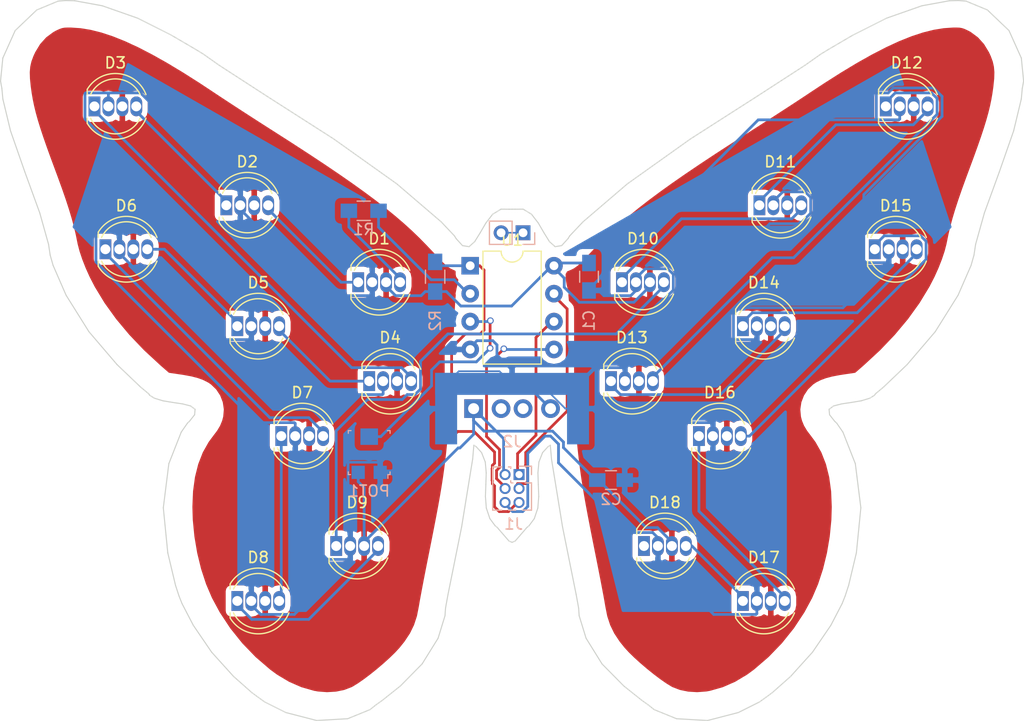
<source format=kicad_pcb>
(kicad_pcb (version 4) (host pcbnew 4.0.7)
  (layers (0 F.Cu signal) (31 B.Cu signal) (34 B.Paste user) (35 F.Paste user) (36 B.SilkS user) (37 F.SilkS user) (38 B.Mask user) (39 F.Mask user hide) (44 Edge.Cuts user))
  (net 0 "")
  (net 1 +5V)
  (net 2 GND)
  (net 3 "Net-(D1-Pad1)")
  (net 4 "Net-(D1-Pad4)")
  (net 5 "Net-(D2-Pad1)")
  (net 6 "Net-(D3-Pad1)")
  (net 7 "Net-(D4-Pad1)")
  (net 8 "Net-(D5-Pad1)")
  (net 9 "Net-(D6-Pad1)")
  (net 10 "Net-(D7-Pad1)")
  (net 11 "Net-(D8-Pad1)")
  (net 12 "Net-(D10-Pad4)")
  (net 13 "Net-(D10-Pad1)")
  (net 14 "Net-(D11-Pad1)")
  (net 15 "Net-(D12-Pad1)")
  (net 16 "Net-(D13-Pad1)")
  (net 17 "Net-(D14-Pad1)")
  (net 18 "Net-(D15-Pad1)")
  (net 19 "Net-(D16-Pad1)")
  (net 20 "Net-(D17-Pad1)")
  (net 21 "Net-(D18-Pad1)")
  (net 22 "Net-(J1-Pad1)")
  (net 23 "Net-(J1-Pad3)")
  (net 24 "Net-(J1-Pad4)")
  (net 25 "Net-(J1-Pad5)")
  (net 26 "Net-(J2-Pad2)")
  (net 27 "Net-(J2-Pad3)")
  (net 28 "Net-(R1-Pad2)")
  (net 29 "Net-(POT1-Pad2)")
  (net 30 "Net-(J3-Pad1)")
  (module myLibrary:copper-on-wing-left (layer F.Cu) (at 121.5 101.5)
    (fp_text reference G*** hide)
    (fp_text value LOGO hide)
  )
  (module myLibrary:copper-on-wing-right (layer F.Cu) (at 168.5 101.5)
    (fp_text reference G*** hide)
    (fp_text value LOGO hide)
  )
  (module LEDs:LED_D5.0mm-4 (layer F.Cu) (at 131 95)
    (fp_text reference D1 (at 1.905 -3.96) (layer F.SilkS))
    (fp_text value Neopixel_THT)
    (pad 1 thru_hole rect (at 0 0) (size 1.07 1.8) (drill 0.9) (layers *.Cu *.Mask) (net 3 "Net-(D1-Pad1)"))
    (pad 2 thru_hole oval (at 1.27 0) (size 1.07 1.8) (drill 0.9) (layers *.Cu *.Mask) (net 2 GND))
    (pad 3 thru_hole oval (at 2.54 0) (size 1.07 1.8) (drill 0.9) (layers *.Cu *.Mask) (net 1 +5V))
    (pad 4 thru_hole oval (at 3.81 0) (size 1.07 1.8) (drill 0.9) (layers *.Cu *.Mask) (net 4 "Net-(D1-Pad4)"))
  )
  (module LEDs:LED_D5.0mm-4 (layer F.Cu) (at 119 88)
    (fp_text reference D2 (at 1.905 -3.96) (layer F.SilkS))
    (fp_text value Neopixel_THT)
    (pad 1 thru_hole rect (at 0 0) (size 1.07 1.8) (drill 0.9) (layers *.Cu *.Mask) (net 5 "Net-(D2-Pad1)"))
    (pad 2 thru_hole oval (at 1.27 0) (size 1.07 1.8) (drill 0.9) (layers *.Cu *.Mask) (net 2 GND))
    (pad 3 thru_hole oval (at 2.54 0) (size 1.07 1.8) (drill 0.9) (layers *.Cu *.Mask) (net 1 +5V))
    (pad 4 thru_hole oval (at 3.81 0) (size 1.07 1.8) (drill 0.9) (layers *.Cu *.Mask) (net 3 "Net-(D1-Pad1)"))
  )
  (module LEDs:LED_D5.0mm-4 (layer F.Cu) (at 107 79)
    (fp_text reference D3 (at 1.905 -3.96) (layer F.SilkS))
    (fp_text value Neopixel_THT)
    (pad 1 thru_hole rect (at 0 0) (size 1.07 1.8) (drill 0.9) (layers *.Cu *.Mask) (net 6 "Net-(D3-Pad1)"))
    (pad 2 thru_hole oval (at 1.27 0) (size 1.07 1.8) (drill 0.9) (layers *.Cu *.Mask) (net 2 GND))
    (pad 3 thru_hole oval (at 2.54 0) (size 1.07 1.8) (drill 0.9) (layers *.Cu *.Mask) (net 1 +5V))
    (pad 4 thru_hole oval (at 3.81 0) (size 1.07 1.8) (drill 0.9) (layers *.Cu *.Mask) (net 5 "Net-(D2-Pad1)"))
  )
  (module LEDs:LED_D5.0mm-4 (layer F.Cu) (at 132 104)
    (fp_text reference D4 (at 1.905 -3.96) (layer F.SilkS))
    (fp_text value Neopixel_THT)
    (pad 1 thru_hole rect (at 0 0) (size 1.07 1.8) (drill 0.9) (layers *.Cu *.Mask) (net 7 "Net-(D4-Pad1)"))
    (pad 2 thru_hole oval (at 1.27 0) (size 1.07 1.8) (drill 0.9) (layers *.Cu *.Mask) (net 2 GND))
    (pad 3 thru_hole oval (at 2.54 0) (size 1.07 1.8) (drill 0.9) (layers *.Cu *.Mask) (net 1 +5V))
    (pad 4 thru_hole oval (at 3.81 0) (size 1.07 1.8) (drill 0.9) (layers *.Cu *.Mask) (net 6 "Net-(D3-Pad1)"))
  )
  (module LEDs:LED_D5.0mm-4 (layer F.Cu) (at 120 99)
    (fp_text reference D5 (at 1.905 -3.96) (layer F.SilkS))
    (fp_text value Neopixel_THT)
    (pad 1 thru_hole rect (at 0 0) (size 1.07 1.8) (drill 0.9) (layers *.Cu *.Mask) (net 8 "Net-(D5-Pad1)"))
    (pad 2 thru_hole oval (at 1.27 0) (size 1.07 1.8) (drill 0.9) (layers *.Cu *.Mask) (net 2 GND))
    (pad 3 thru_hole oval (at 2.54 0) (size 1.07 1.8) (drill 0.9) (layers *.Cu *.Mask) (net 1 +5V))
    (pad 4 thru_hole oval (at 3.81 0) (size 1.07 1.8) (drill 0.9) (layers *.Cu *.Mask) (net 7 "Net-(D4-Pad1)"))
  )
  (module LEDs:LED_D5.0mm-4 (layer F.Cu) (at 108 92)
    (fp_text reference D6 (at 1.905 -3.96) (layer F.SilkS))
    (fp_text value Neopixel_THT)
    (pad 1 thru_hole rect (at 0 0) (size 1.07 1.8) (drill 0.9) (layers *.Cu *.Mask) (net 9 "Net-(D6-Pad1)"))
    (pad 2 thru_hole oval (at 1.27 0) (size 1.07 1.8) (drill 0.9) (layers *.Cu *.Mask) (net 2 GND))
    (pad 3 thru_hole oval (at 2.54 0) (size 1.07 1.8) (drill 0.9) (layers *.Cu *.Mask) (net 1 +5V))
    (pad 4 thru_hole oval (at 3.81 0) (size 1.07 1.8) (drill 0.9) (layers *.Cu *.Mask) (net 8 "Net-(D5-Pad1)"))
  )
  (module LEDs:LED_D5.0mm-4 (layer F.Cu) (at 124 109)
    (fp_text reference D7 (at 1.905 -3.96) (layer F.SilkS))
    (fp_text value Neopixel_THT)
    (pad 1 thru_hole rect (at 0 0) (size 1.07 1.8) (drill 0.9) (layers *.Cu *.Mask) (net 10 "Net-(D7-Pad1)"))
    (pad 2 thru_hole oval (at 1.27 0) (size 1.07 1.8) (drill 0.9) (layers *.Cu *.Mask) (net 2 GND))
    (pad 3 thru_hole oval (at 2.54 0) (size 1.07 1.8) (drill 0.9) (layers *.Cu *.Mask) (net 1 +5V))
    (pad 4 thru_hole oval (at 3.81 0) (size 1.07 1.8) (drill 0.9) (layers *.Cu *.Mask) (net 9 "Net-(D6-Pad1)"))
  )
  (module LEDs:LED_D5.0mm-4 (layer F.Cu) (at 120 124)
    (fp_text reference D8 (at 1.905 -3.96) (layer F.SilkS))
    (fp_text value Neopixel_THT)
    (pad 1 thru_hole rect (at 0 0) (size 1.07 1.8) (drill 0.9) (layers *.Cu *.Mask) (net 11 "Net-(D8-Pad1)"))
    (pad 2 thru_hole oval (at 1.27 0) (size 1.07 1.8) (drill 0.9) (layers *.Cu *.Mask) (net 2 GND))
    (pad 3 thru_hole oval (at 2.54 0) (size 1.07 1.8) (drill 0.9) (layers *.Cu *.Mask) (net 1 +5V))
    (pad 4 thru_hole oval (at 3.81 0) (size 1.07 1.8) (drill 0.9) (layers *.Cu *.Mask) (net 10 "Net-(D7-Pad1)"))
  )
  (module LEDs:LED_D5.0mm-4 (layer F.Cu) (at 129 119)
    (fp_text reference D9 (at 1.905 -3.96) (layer F.SilkS))
    (fp_text value Neopixel_THT)
    (pad 1 thru_hole rect (at 0 0) (size 1.07 1.8) (drill 0.9) (layers *.Cu *.Mask) (net 12 "Net-(D10-Pad4)"))
    (pad 2 thru_hole oval (at 1.27 0) (size 1.07 1.8) (drill 0.9) (layers *.Cu *.Mask) (net 2 GND))
    (pad 3 thru_hole oval (at 2.54 0) (size 1.07 1.8) (drill 0.9) (layers *.Cu *.Mask) (net 1 +5V))
    (pad 4 thru_hole oval (at 3.81 0) (size 1.07 1.8) (drill 0.9) (layers *.Cu *.Mask) (net 11 "Net-(D8-Pad1)"))
  )
  (module LEDs:LED_D5.0mm-4 (layer F.Cu) (at 155 95)
    (fp_text reference D10 (at 1.905 -3.96) (layer F.SilkS))
    (fp_text value Neopixel_THT)
    (pad 1 thru_hole rect (at 0 0) (size 1.07 1.8) (drill 0.9) (layers *.Cu *.Mask) (net 13 "Net-(D10-Pad1)"))
    (pad 2 thru_hole oval (at 1.27 0) (size 1.07 1.8) (drill 0.9) (layers *.Cu *.Mask) (net 2 GND))
    (pad 3 thru_hole oval (at 2.54 0) (size 1.07 1.8) (drill 0.9) (layers *.Cu *.Mask) (net 1 +5V))
    (pad 4 thru_hole oval (at 3.81 0) (size 1.07 1.8) (drill 0.9) (layers *.Cu *.Mask) (net 12 "Net-(D10-Pad4)"))
  )
  (module LEDs:LED_D5.0mm-4 (layer F.Cu) (at 167.5 88)
    (fp_text reference D11 (at 1.905 -3.96) (layer F.SilkS))
    (fp_text value Neopixel_THT)
    (pad 1 thru_hole rect (at 0 0) (size 1.07 1.8) (drill 0.9) (layers *.Cu *.Mask) (net 14 "Net-(D11-Pad1)"))
    (pad 2 thru_hole oval (at 1.27 0) (size 1.07 1.8) (drill 0.9) (layers *.Cu *.Mask) (net 2 GND))
    (pad 3 thru_hole oval (at 2.54 0) (size 1.07 1.8) (drill 0.9) (layers *.Cu *.Mask) (net 1 +5V))
    (pad 4 thru_hole oval (at 3.81 0) (size 1.07 1.8) (drill 0.9) (layers *.Cu *.Mask) (net 13 "Net-(D10-Pad1)"))
  )
  (module LEDs:LED_D5.0mm-4 (layer F.Cu) (at 179 79)
    (fp_text reference D12 (at 1.905 -3.96) (layer F.SilkS))
    (fp_text value Neopixel_THT)
    (pad 1 thru_hole rect (at 0 0) (size 1.07 1.8) (drill 0.9) (layers *.Cu *.Mask) (net 15 "Net-(D12-Pad1)"))
    (pad 2 thru_hole oval (at 1.27 0) (size 1.07 1.8) (drill 0.9) (layers *.Cu *.Mask) (net 2 GND))
    (pad 3 thru_hole oval (at 2.54 0) (size 1.07 1.8) (drill 0.9) (layers *.Cu *.Mask) (net 1 +5V))
    (pad 4 thru_hole oval (at 3.81 0) (size 1.07 1.8) (drill 0.9) (layers *.Cu *.Mask) (net 14 "Net-(D11-Pad1)"))
  )
  (module LEDs:LED_D5.0mm-4 (layer F.Cu) (at 154 104)
    (fp_text reference D13 (at 1.905 -3.96) (layer F.SilkS))
    (fp_text value Neopixel_THT)
    (pad 1 thru_hole rect (at 0 0) (size 1.07 1.8) (drill 0.9) (layers *.Cu *.Mask) (net 16 "Net-(D13-Pad1)"))
    (pad 2 thru_hole oval (at 1.27 0) (size 1.07 1.8) (drill 0.9) (layers *.Cu *.Mask) (net 2 GND))
    (pad 3 thru_hole oval (at 2.54 0) (size 1.07 1.8) (drill 0.9) (layers *.Cu *.Mask) (net 1 +5V))
    (pad 4 thru_hole oval (at 3.81 0) (size 1.07 1.8) (drill 0.9) (layers *.Cu *.Mask) (net 15 "Net-(D12-Pad1)"))
  )
  (module LEDs:LED_D5.0mm-4 (layer F.Cu) (at 166 99)
    (fp_text reference D14 (at 1.905 -3.96) (layer F.SilkS))
    (fp_text value Neopixel_THT)
    (pad 1 thru_hole rect (at 0 0) (size 1.07 1.8) (drill 0.9) (layers *.Cu *.Mask) (net 17 "Net-(D14-Pad1)"))
    (pad 2 thru_hole oval (at 1.27 0) (size 1.07 1.8) (drill 0.9) (layers *.Cu *.Mask) (net 2 GND))
    (pad 3 thru_hole oval (at 2.54 0) (size 1.07 1.8) (drill 0.9) (layers *.Cu *.Mask) (net 1 +5V))
    (pad 4 thru_hole oval (at 3.81 0) (size 1.07 1.8) (drill 0.9) (layers *.Cu *.Mask) (net 16 "Net-(D13-Pad1)"))
  )
  (module LEDs:LED_D5.0mm-4 (layer F.Cu) (at 178 92)
    (fp_text reference D15 (at 1.905 -3.96) (layer F.SilkS))
    (fp_text value Neopixel_THT)
    (pad 1 thru_hole rect (at 0 0) (size 1.07 1.8) (drill 0.9) (layers *.Cu *.Mask) (net 18 "Net-(D15-Pad1)"))
    (pad 2 thru_hole oval (at 1.27 0) (size 1.07 1.8) (drill 0.9) (layers *.Cu *.Mask) (net 2 GND))
    (pad 3 thru_hole oval (at 2.54 0) (size 1.07 1.8) (drill 0.9) (layers *.Cu *.Mask) (net 1 +5V))
    (pad 4 thru_hole oval (at 3.81 0) (size 1.07 1.8) (drill 0.9) (layers *.Cu *.Mask) (net 17 "Net-(D14-Pad1)"))
  )
  (module LEDs:LED_D5.0mm-4 (layer F.Cu) (at 162 109)
    (fp_text reference D16 (at 1.905 -3.96) (layer F.SilkS))
    (fp_text value Neopixel_THT)
    (pad 1 thru_hole rect (at 0 0) (size 1.07 1.8) (drill 0.9) (layers *.Cu *.Mask) (net 19 "Net-(D16-Pad1)"))
    (pad 2 thru_hole oval (at 1.27 0) (size 1.07 1.8) (drill 0.9) (layers *.Cu *.Mask) (net 2 GND))
    (pad 3 thru_hole oval (at 2.54 0) (size 1.07 1.8) (drill 0.9) (layers *.Cu *.Mask) (net 1 +5V))
    (pad 4 thru_hole oval (at 3.81 0) (size 1.07 1.8) (drill 0.9) (layers *.Cu *.Mask) (net 18 "Net-(D15-Pad1)"))
  )
  (module LEDs:LED_D5.0mm-4 (layer F.Cu) (at 166 124)
    (fp_text reference D17 (at 1.905 -3.96) (layer F.SilkS))
    (fp_text value Neopixel_THT)
    (pad 1 thru_hole rect (at 0 0) (size 1.07 1.8) (drill 0.9) (layers *.Cu *.Mask) (net 20 "Net-(D17-Pad1)"))
    (pad 2 thru_hole oval (at 1.27 0) (size 1.07 1.8) (drill 0.9) (layers *.Cu *.Mask) (net 2 GND))
    (pad 3 thru_hole oval (at 2.54 0) (size 1.07 1.8) (drill 0.9) (layers *.Cu *.Mask) (net 1 +5V))
    (pad 4 thru_hole oval (at 3.81 0) (size 1.07 1.8) (drill 0.9) (layers *.Cu *.Mask) (net 19 "Net-(D16-Pad1)"))
  )
  (module LEDs:LED_D5.0mm-4 (layer F.Cu) (at 157 119)
    (fp_text reference D18 (at 1.905 -3.96) (layer F.SilkS))
    (fp_text value Neopixel_THT)
    (pad 1 thru_hole rect (at 0 0) (size 1.07 1.8) (drill 0.9) (layers *.Cu *.Mask) (net 21 "Net-(D18-Pad1)"))
    (pad 2 thru_hole oval (at 1.27 0) (size 1.07 1.8) (drill 0.9) (layers *.Cu *.Mask) (net 2 GND))
    (pad 3 thru_hole oval (at 2.54 0) (size 1.07 1.8) (drill 0.9) (layers *.Cu *.Mask) (net 1 +5V))
    (pad 4 thru_hole oval (at 3.81 0) (size 1.07 1.8) (drill 0.9) (layers *.Cu *.Mask) (net 20 "Net-(D17-Pad1)"))
  )
  (module Pin_Headers:Pin_Header_Straight_2x03_Pitch1.27mm (layer B.Cu) (at 145.635 112.5 180)
    (fp_text reference J1 (at 0.5 -4.5 180) (layer B.SilkS) (effects (justify mirror)))
    (fp_text value Conn_02x03_Odd_Even)
    (pad 1 thru_hole rect (at 0 0 180) (size 1 1) (drill 0.65) (layers *.Cu *.Mask) (net 22 "Net-(J1-Pad1)"))
    (pad 2 thru_hole oval (at 1.27 0 180) (size 1 1) (drill 0.65) (layers *.Cu *.Mask) (net 1 +5V))
    (pad 3 thru_hole oval (at 0 -1.27 180) (size 1 1) (drill 0.65) (layers *.Cu *.Mask) (net 23 "Net-(J1-Pad3)"))
    (pad 4 thru_hole oval (at 1.27 -1.27 180) (size 1 1) (drill 0.65) (layers *.Cu *.Mask) (net 24 "Net-(J1-Pad4)"))
    (pad 5 thru_hole oval (at 0 -2.54 180) (size 1 1) (drill 0.65) (layers *.Cu *.Mask) (net 25 "Net-(J1-Pad5)"))
    (pad 6 thru_hole oval (at 1.27 -2.54 180) (size 1 1) (drill 0.65) (layers *.Cu *.Mask) (net 2 GND))
  )
  (module myLibrary:USB_A_Molex-0480370001_Vertical (layer B.Cu) (at 145 106.5 180)
    (fp_text reference J2 (at 0 -3 180) (layer B.SilkS) (effects (justify mirror)))
    (fp_text value USB_A)
    (pad 1 thru_hole rect (at 3.5 0 180) (size 1.7 1.7) (drill 1) (layers *.Cu *.Mask) (net 1 +5V))
    (pad 2 thru_hole circle (at 1 0 180) (size 1.7 1.7) (drill 1) (layers *.Cu *.Mask) (net 26 "Net-(J2-Pad2)"))
    (pad 3 thru_hole circle (at -1 0 180) (size 1.7 1.7) (drill 1) (layers *.Cu *.Mask) (net 27 "Net-(J2-Pad3)"))
    (pad 4 thru_hole circle (at -3.5 0 180) (size 1.7 1.7) (drill 1) (layers *.Cu *.Mask) (net 2 GND))
    (pad 5 smd rect (at 0 2.25 180) (size 14 2) (layers B.Cu B.Paste B.Mask) (net 2 GND))
    (pad 5 smd rect (at -6 0 180) (size 2 6.5) (layers B.Cu B.Paste B.Mask) (net 2 GND))
    (pad 5 smd rect (at 6 0 180) (size 2 6.5) (layers B.Cu B.Paste B.Mask) (net 2 GND))
  )
  (module Resistors_SMD:R_0805_HandSoldering (layer B.Cu) (at 131.5 88.5)
    (fp_text reference R1 (at 0 1.7) (layer B.SilkS) (effects (justify mirror)))
    (fp_text value 470)
    (pad 1 smd rect (at -1.35 0) (size 1.5 1.3) (layers B.Cu B.Paste B.Mask) (net 4 "Net-(D1-Pad4)"))
    (pad 2 smd rect (at 1.35 0) (size 1.5 1.3) (layers B.Cu B.Paste B.Mask) (net 28 "Net-(R1-Pad2)"))
  )
  (module Resistors_SMD:R_0805_HandSoldering (layer B.Cu) (at 138 94.5 270)
    (fp_text reference R2 (at 4 0 270) (layer B.SilkS) (effects (justify mirror)))
    (fp_text value 10k)
    (pad 1 smd rect (at -1.35 0 270) (size 1.5 1.3) (layers B.Cu B.Paste B.Mask) (net 25 "Net-(J1-Pad5)"))
    (pad 2 smd rect (at 1.35 0 270) (size 1.5 1.3) (layers B.Cu B.Paste B.Mask) (net 1 +5V))
  )
  (module Housings_DIP:DIP-8_W7.62mm (layer F.Cu) (at 141.19 93.5)
    (fp_text reference U1 (at 3.81 -2.33) (layer F.SilkS))
    (fp_text value ATTINY85-20PU)
    (pad 1 thru_hole rect (at 0 0) (size 1.6 1.6) (drill 0.8) (layers *.Cu *.Mask) (net 25 "Net-(J1-Pad5)"))
    (pad 5 thru_hole oval (at 7.62 7.62) (size 1.6 1.6) (drill 0.8) (layers *.Cu *.Mask) (net 24 "Net-(J1-Pad4)"))
    (pad 2 thru_hole oval (at 0 2.54) (size 1.6 1.6) (drill 0.8) (layers *.Cu *.Mask) (net 28 "Net-(R1-Pad2)"))
    (pad 6 thru_hole oval (at 7.62 5.08) (size 1.6 1.6) (drill 0.8) (layers *.Cu *.Mask) (net 22 "Net-(J1-Pad1)"))
    (pad 3 thru_hole oval (at 0 5.08) (size 1.6 1.6) (drill 0.8) (layers *.Cu *.Mask) (net 29 "Net-(POT1-Pad2)"))
    (pad 7 thru_hole oval (at 7.62 2.54) (size 1.6 1.6) (drill 0.8) (layers *.Cu *.Mask) (net 23 "Net-(J1-Pad3)"))
    (pad 4 thru_hole oval (at 0 7.62) (size 1.6 1.6) (drill 0.8) (layers *.Cu *.Mask) (net 2 GND))
    (pad 8 thru_hole oval (at 7.62 0) (size 1.6 1.6) (drill 0.8) (layers *.Cu *.Mask) (net 1 +5V))
  )
  (module Capacitors_SMD:C_0805_HandSoldering (layer B.Cu) (at 152 94.5 270)
    (fp_text reference C1 (at 4 0 270) (layer B.SilkS) (effects (justify mirror)))
    (fp_text value 0.1uF)
    (pad 1 smd rect (at -1.25 0 270) (size 1.5 1.25) (layers B.Cu B.Paste B.Mask) (net 1 +5V))
    (pad 2 smd rect (at 1.25 0 270) (size 1.5 1.25) (layers B.Cu B.Paste B.Mask) (net 2 GND))
  )
  (module Capacitors_SMD:C_0805_HandSoldering (layer B.Cu) (at 154 113)
    (fp_text reference C2 (at 0 1.75) (layer B.SilkS) (effects (justify mirror)))
    (fp_text value 10uF)
    (pad 1 smd rect (at -1.25 0) (size 1.5 1.25) (layers B.Cu B.Paste B.Mask) (net 1 +5V))
    (pad 2 smd rect (at 1.25 0) (size 1.5 1.25) (layers B.Cu B.Paste B.Mask) (net 2 GND))
  )
  (module digikey-footprints:TC33X-2-103E (layer B.Cu) (at 132 110.5 180)
    (fp_text reference POT1 (at 0 -3.5 180) (layer B.SilkS) (effects (justify mirror)))
    (fp_text value TC33X-2-103E)
    (pad 2 smd rect (at 0 1.45 180) (size 1.6 1.5) (layers B.Cu B.Paste B.Mask) (net 29 "Net-(POT1-Pad2)"))
    (pad 1 smd rect (at -1 -1.8 180) (size 1.2 1.2) (layers B.Cu B.Paste B.Mask) (net 2 GND))
    (pad 3 smd rect (at 1 -1.8 180) (size 1.2 1.2) (layers B.Cu B.Paste B.Mask) (net 1 +5V))
  )
  (module Pin_Headers:Pin_Header_Straight_1x02_Pitch2.00mm (layer B.Cu) (at 146 90.5 90)
    (fp_text reference J3 hide)
    (fp_text value Conn_01x02)
    (pad 1 thru_hole rect (at 0 0 90) (size 1.35 1.35) (drill 0.8) (layers *.Cu *.Mask) (net 30 "Net-(J3-Pad1)"))
    (pad 2 thru_hole oval (at 0 -2 90) (size 1.35 1.35) (drill 0.8) (layers *.Cu *.Mask) (net 30 "Net-(J3-Pad1)"))
  )
  (gr_line (start 143.98953 88.3529) (end 143.23173 88.8161) (layer Edge.Cuts) (width 0.1))
  (gr_line (start 112.02043 105.2795) (end 112.44483 105.5482) (layer Edge.Cuts) (width 0.1))
  (gr_line (start 115.02183 106.0705) (end 115.74523 106.2552) (layer Edge.Cuts) (width 0.1))
  (gr_line (start 114.13153 105.9382) (end 115.02183 106.0705) (layer Edge.Cuts) (width 0.1))
  (gr_line (start 139.90643 91.0291) (end 139.76183 90.7882) (layer Edge.Cuts) (width 0.1))
  (gr_line (start 113.67273 119.618) (end 114.38243 122.5918) (layer Edge.Cuts) (width 0.1))
  (gr_line (start 113.26753 115.5225) (end 113.67273 119.618) (layer Edge.Cuts) (width 0.1))
  (gr_line (start 140.48783 91.6673) (end 139.90643 91.0291) (layer Edge.Cuts) (width 0.1))
  (gr_line (start 141.08193 91.7664) (end 140.48783 91.6673) (layer Edge.Cuts) (width 0.1))
  (gr_line (start 98.579043 77.3565) (end 98.669993 78.3333) (layer Edge.Cuts) (width 0.1))
  (gr_line (start 113.77053 111.5082) (end 113.26753 115.5225) (layer Edge.Cuts) (width 0.1))
  (gr_line (start 114.89773 108.6392) (end 113.77053 111.5082) (layer Edge.Cuts) (width 0.1))
  (gr_line (start 115.46693 107.8179) (end 114.89773 108.6392) (layer Edge.Cuts) (width 0.1))
  (gr_line (start 142.55903 111.3566) (end 142.64863 112.3461) (layer Edge.Cuts) (width 0.1))
  (gr_line (start 142.22423 110.5009) (end 142.55903 111.3566) (layer Edge.Cuts) (width 0.1))
  (gr_line (start 141.52143 109.8353) (end 141.72393 109.9552) (layer Edge.Cuts) (width 0.1))
  (gr_line (start 141.41393 111.0852) (end 141.52143 109.8353) (layer Edge.Cuts) (width 0.1))
  (gr_line (start 140.40813 117.2684) (end 141.41393 111.0852) (layer Edge.Cuts) (width 0.1))
  (gr_line (start 139.16913 123.4145) (end 140.40813 117.2684) (layer Edge.Cuts) (width 0.1))
  (gr_line (start 138.94583 124.6465) (end 139.16913 123.4145) (layer Edge.Cuts) (width 0.1))
  (gr_line (start 138.89753 125.34101) (end 138.94583 124.6465) (layer Edge.Cuts) (width 0.1))
  (gr_line (start 138.26783 127.39153) (end 138.89753 125.34101) (layer Edge.Cuts) (width 0.1))
  (gr_line (start 136.81403 129.73006) (end 138.26783 127.39153) (layer Edge.Cuts) (width 0.1))
  (gr_line (start 134.84483 131.72682) (end 136.81403 129.73006) (layer Edge.Cuts) (width 0.1))
  (gr_line (start 133.19403 133.04285) (end 134.84483 131.72682) (layer Edge.Cuts) (width 0.1))
  (gr_line (start 132.62073 133.44937) (end 133.19403 133.04285) (layer Edge.Cuts) (width 0.1))
  (gr_line (start 132.07093 133.88621) (end 132.62073 133.44937) (layer Edge.Cuts) (width 0.1))
  (gr_line (start 130.03693 134.714408) (end 132.07093 133.88621) (layer Edge.Cuts) (width 0.1))
  (gr_line (start 127.21743 134.87564) (end 130.03693 134.714408) (layer Edge.Cuts) (width 0.1))
  (gr_line (start 124.42273 134.153548) (end 127.21743 134.87564) (layer Edge.Cuts) (width 0.1))
  (gr_line (start 122.48803 133.18616) (end 124.42273 134.153548) (layer Edge.Cuts) (width 0.1))
  (gr_line (start 116.11453 107.0585) (end 115.64883 107.6511) (layer Edge.Cuts) (width 0.1))
  (gr_line (start 121.91063 132.77275) (end 122.48803 133.18616) (layer Edge.Cuts) (width 0.1))
  (gr_line (start 144.71833 118.5472) (end 145 118.6658) (layer Edge.Cuts) (width 0.1))
  (gr_line (start 143.76093 117.4421) (end 144.71833 118.5472) (layer Edge.Cuts) (width 0.1))
  (gr_line (start 143.66993 117.3277) (end 143.76093 117.4421) (layer Edge.Cuts) (width 0.1))
  (gr_line (start 143.46463 117.1651) (end 143.66993 117.3277) (layer Edge.Cuts) (width 0.1))
  (gr_line (start 121.31803 132.33454) (end 121.91063 132.77275) (layer Edge.Cuts) (width 0.1))
  (gr_line (start 142.98093 116.5119) (end 143.46463 117.1651) (layer Edge.Cuts) (width 0.1))
  (gr_line (start 119.65613 130.86279) (end 121.31803 132.33454) (layer Edge.Cuts) (width 0.1))
  (gr_line (start 142.65703 115.55) (end 142.98093 116.5119) (layer Edge.Cuts) (width 0.1))
  (gr_line (start 117.66623 128.66068) (end 119.65613 130.86279) (layer Edge.Cuts) (width 0.1))
  (gr_line (start 142.57413 114.4986) (end 142.65703 115.55) (layer Edge.Cuts) (width 0.1))
  (gr_line (start 142.64863 112.3461) (end 142.61293 113.4113) (layer Edge.Cuts) (width 0.1))
  (gr_line (start 142.61293 113.4113) (end 142.57413 114.4986) (layer Edge.Cuts) (width 0.1))
  (gr_line (start 116.90283 74.2393) (end 116.17793 73.797) (layer Edge.Cuts) (width 0.1))
  (gr_line (start 141.72393 109.9552) (end 142.22423 110.5009) (layer Edge.Cuts) (width 0.1))
  (gr_line (start 115.99473 126.21191) (end 117.66623 128.66068) (layer Edge.Cuts) (width 0.1))
  (gr_line (start 98.665859 74.6073) (end 98.459154 76.695) (layer Edge.Cuts) (width 0.1))
  (gr_line (start 102.82754 91.5558) (end 102.97359 92.5298) (layer Edge.Cuts) (width 0.1))
  (gr_line (start 114.97083 124.2413) (end 115.99473 126.21191) (layer Edge.Cuts) (width 0.1))
  (gr_line (start 99.79034 72.1019) (end 98.665859 74.6073) (layer Edge.Cuts) (width 0.1))
  (gr_line (start 111.18673 104.5257) (end 111.93913 105.1527) (layer Edge.Cuts) (width 0.1))
  (gr_line (start 116.17793 73.797) (end 113.98003 72.5111) (layer Edge.Cuts) (width 0.1))
  (gr_line (start 142.09053 90.5165) (end 141.59733 91.3089) (layer Edge.Cuts) (width 0.1))
  (gr_line (start 142.61683 89.6113) (end 142.09053 90.5165) (layer Edge.Cuts) (width 0.1))
  (gr_line (start 143.23173 88.8161) (end 142.61683 89.6113) (layer Edge.Cuts) (width 0.1))
  (gr_line (start 145 88.3586) (end 144.73353 88.3586) (layer Edge.Cuts) (width 0.1))
  (gr_line (start 139.76183 90.7882) (end 138.55043 89.5079) (layer Edge.Cuts) (width 0.1))
  (gr_line (start 116.15863 106.5625) (end 116.11453 107.0585) (layer Edge.Cuts) (width 0.1))
  (gr_line (start 115.74523 106.2552) (end 116.15863 106.5625) (layer Edge.Cuts) (width 0.1))
  (gr_line (start 141.59733 91.3089) (end 141.08193 91.7664) (layer Edge.Cuts) (width 0.1))
  (gr_line (start 98.459154 76.695) (end 98.579043 77.3565) (layer Edge.Cuts) (width 0.1))
  (gr_line (start 101.75542 70.2276) (end 99.79034 72.1019) (layer Edge.Cuts) (width 0.1))
  (gr_line (start 103.7012 69.4215) (end 101.75542 70.2276) (layer Edge.Cuts) (width 0.1))
  (gr_line (start 104.36682 69.3721) (end 103.7012 69.4215) (layer Edge.Cuts) (width 0.1))
  (gr_line (start 114.69933 123.5578) (end 114.97083 124.2413) (layer Edge.Cuts) (width 0.1))
  (gr_line (start 102.0255 88.6895) (end 102.82754 91.5558) (layer Edge.Cuts) (width 0.1))
  (gr_line (start 134.51563 86.0532) (end 128.76223 81.9574) (layer Edge.Cuts) (width 0.1))
  (gr_line (start 100.66953 84.9645) (end 102.0255 88.6895) (layer Edge.Cuts) (width 0.1))
  (gr_line (start 104.42055 96.1789) (end 106.5 99.5) (layer Edge.Cuts) (width 0.1))
  (gr_line (start 114.38243 122.5918) (end 114.69933 123.5578) (layer Edge.Cuts) (width 0.1))
  (gr_line (start 99.3659 81.2286) (end 100.66953 84.9645) (layer Edge.Cuts) (width 0.1))
  (gr_line (start 138.55043 89.5079) (end 134.51563 86.0532) (layer Edge.Cuts) (width 0.1))
  (gr_line (start 98.669993 78.3333) (end 99.3659 81.2286) (layer Edge.Cuts) (width 0.1))
  (gr_line (start 105.20604 69.3897) (end 104.36682 69.3721) (layer Edge.Cuts) (width 0.1))
  (gr_line (start 113.22343 105.7866) (end 114.13153 105.9382) (layer Edge.Cuts) (width 0.1))
  (gr_line (start 107.71821 69.8487) (end 105.20604 69.3897) (layer Edge.Cuts) (width 0.1))
  (gr_line (start 110.92073 70.9719) (end 107.71821 69.8487) (layer Edge.Cuts) (width 0.1))
  (gr_line (start 118.34423 75.2575) (end 116.90283 74.2393) (layer Edge.Cuts) (width 0.1))
  (gr_line (start 112.44483 105.5482) (end 113.22343 105.7866) (layer Edge.Cuts) (width 0.1))
  (gr_line (start 115.64883 107.6511) (end 115.46693 107.8179) (layer Edge.Cuts) (width 0.1))
  (gr_line (start 111.93913 105.1527) (end 112.02043 105.2795) (layer Edge.Cuts) (width 0.1))
  (gr_line (start 122.79533 78.1404) (end 118.34423 75.2575) (layer Edge.Cuts) (width 0.1))
  (gr_line (start 113.98003 72.5111) (end 110.92073 70.9719) (layer Edge.Cuts) (width 0.1))
  (gr_line (start 109.05623 102.4917) (end 111.18673 104.5257) (layer Edge.Cuts) (width 0.1))
  (gr_line (start 102.97359 92.5298) (end 103.23955 93.4682) (layer Edge.Cuts) (width 0.1))
  (gr_line (start 103.23955 93.4682) (end 104.42055 96.1789) (layer Edge.Cuts) (width 0.1))
  (gr_line (start 144.73353 88.3586) (end 143.98953 88.3529) (layer Edge.Cuts) (width 0.1))
  (gr_line (start 128.76223 81.9574) (end 122.79533 78.1404) (layer Edge.Cuts) (width 0.1))
  (gr_line (start 106.5 99.5) (end 109.05623 102.4917) (layer Edge.Cuts) (width 0.1))
  (gr_line (start 146.01047 88.3529) (end 146.76827 88.8161) (layer Edge.Cuts) (width 0.1))
  (gr_line (start 177.97957 105.2795) (end 177.55517 105.5482) (layer Edge.Cuts) (width 0.1))
  (gr_line (start 174.97817 106.0705) (end 174.25477 106.2552) (layer Edge.Cuts) (width 0.1))
  (gr_line (start 175.86847 105.9382) (end 174.97817 106.0705) (layer Edge.Cuts) (width 0.1))
  (gr_line (start 150.09357 91.0291) (end 150.23817 90.7882) (layer Edge.Cuts) (width 0.1))
  (gr_line (start 176.32727 119.618) (end 175.61757 122.5918) (layer Edge.Cuts) (width 0.1))
  (gr_line (start 176.73247 115.5225) (end 176.32727 119.618) (layer Edge.Cuts) (width 0.1))
  (gr_line (start 149.51217 91.6673) (end 150.09357 91.0291) (layer Edge.Cuts) (width 0.1))
  (gr_line (start 148.91807 91.7664) (end 149.51217 91.6673) (layer Edge.Cuts) (width 0.1))
  (gr_line (start 191.420957 77.3565) (end 191.330007 78.3333) (layer Edge.Cuts) (width 0.1))
  (gr_line (start 176.22947 111.5082) (end 176.73247 115.5225) (layer Edge.Cuts) (width 0.1))
  (gr_line (start 175.10227 108.6392) (end 176.22947 111.5082) (layer Edge.Cuts) (width 0.1))
  (gr_line (start 174.53307 107.8179) (end 175.10227 108.6392) (layer Edge.Cuts) (width 0.1))
  (gr_line (start 147.44097 111.3566) (end 147.35137 112.3461) (layer Edge.Cuts) (width 0.1))
  (gr_line (start 147.77577 110.5009) (end 147.44097 111.3566) (layer Edge.Cuts) (width 0.1))
  (gr_line (start 148.47857 109.8353) (end 148.27607 109.9552) (layer Edge.Cuts) (width 0.1))
  (gr_line (start 148.58607 111.0852) (end 148.47857 109.8353) (layer Edge.Cuts) (width 0.1))
  (gr_line (start 149.59187 117.2684) (end 148.58607 111.0852) (layer Edge.Cuts) (width 0.1))
  (gr_line (start 150.83087 123.4145) (end 149.59187 117.2684) (layer Edge.Cuts) (width 0.1))
  (gr_line (start 151.05417 124.6465) (end 150.83087 123.4145) (layer Edge.Cuts) (width 0.1))
  (gr_line (start 151.10247 125.34101) (end 151.05417 124.6465) (layer Edge.Cuts) (width 0.1))
  (gr_line (start 151.73217 127.39153) (end 151.10247 125.34101) (layer Edge.Cuts) (width 0.1))
  (gr_line (start 153.18597 129.73006) (end 151.73217 127.39153) (layer Edge.Cuts) (width 0.1))
  (gr_line (start 155.15517 131.72682) (end 153.18597 129.73006) (layer Edge.Cuts) (width 0.1))
  (gr_line (start 156.80597 133.04285) (end 155.15517 131.72682) (layer Edge.Cuts) (width 0.1))
  (gr_line (start 157.37927 133.44937) (end 156.80597 133.04285) (layer Edge.Cuts) (width 0.1))
  (gr_line (start 157.92907 133.88621) (end 157.37927 133.44937) (layer Edge.Cuts) (width 0.1))
  (gr_line (start 159.96307 134.714408) (end 157.92907 133.88621) (layer Edge.Cuts) (width 0.1))
  (gr_line (start 162.78257 134.87564) (end 159.96307 134.714408) (layer Edge.Cuts) (width 0.1))
  (gr_line (start 165.57727 134.153548) (end 162.78257 134.87564) (layer Edge.Cuts) (width 0.1))
  (gr_line (start 167.51197 133.18616) (end 165.57727 134.153548) (layer Edge.Cuts) (width 0.1))
  (gr_line (start 173.88547 107.0585) (end 174.35117 107.6511) (layer Edge.Cuts) (width 0.1))
  (gr_line (start 168.08937 132.77275) (end 167.51197 133.18616) (layer Edge.Cuts) (width 0.1))
  (gr_line (start 145.28167 118.5472) (end 145 118.6658) (layer Edge.Cuts) (width 0.1))
  (gr_line (start 146.23907 117.4421) (end 145.28167 118.5472) (layer Edge.Cuts) (width 0.1))
  (gr_line (start 146.33007 117.3277) (end 146.23907 117.4421) (layer Edge.Cuts) (width 0.1))
  (gr_line (start 146.53537 117.1651) (end 146.33007 117.3277) (layer Edge.Cuts) (width 0.1))
  (gr_line (start 168.68197 132.33454) (end 168.08937 132.77275) (layer Edge.Cuts) (width 0.1))
  (gr_line (start 147.01907 116.5119) (end 146.53537 117.1651) (layer Edge.Cuts) (width 0.1))
  (gr_line (start 170.34387 130.86279) (end 168.68197 132.33454) (layer Edge.Cuts) (width 0.1))
  (gr_line (start 147.34297 115.55) (end 147.01907 116.5119) (layer Edge.Cuts) (width 0.1))
  (gr_line (start 172.33377 128.66068) (end 170.34387 130.86279) (layer Edge.Cuts) (width 0.1))
  (gr_line (start 147.42587 114.4986) (end 147.34297 115.55) (layer Edge.Cuts) (width 0.1))
  (gr_line (start 147.35137 112.3461) (end 147.38707 113.4113) (layer Edge.Cuts) (width 0.1))
  (gr_line (start 147.38707 113.4113) (end 147.42587 114.4986) (layer Edge.Cuts) (width 0.1))
  (gr_line (start 173.09717 74.2393) (end 173.82207 73.797) (layer Edge.Cuts) (width 0.1))
  (gr_line (start 148.27607 109.9552) (end 147.77577 110.5009) (layer Edge.Cuts) (width 0.1))
  (gr_line (start 174.00527 126.21191) (end 172.33377 128.66068) (layer Edge.Cuts) (width 0.1))
  (gr_line (start 191.334141 74.6073) (end 191.540846 76.695) (layer Edge.Cuts) (width 0.1))
  (gr_line (start 187.17246 91.5558) (end 187.02641 92.5298) (layer Edge.Cuts) (width 0.1))
  (gr_line (start 175.02917 124.2413) (end 174.00527 126.21191) (layer Edge.Cuts) (width 0.1))
  (gr_line (start 190.20966 72.1019) (end 191.334141 74.6073) (layer Edge.Cuts) (width 0.1))
  (gr_line (start 178.81327 104.5257) (end 178.06087 105.1527) (layer Edge.Cuts) (width 0.1))
  (gr_line (start 173.82207 73.797) (end 176.01997 72.5111) (layer Edge.Cuts) (width 0.1))
  (gr_line (start 147.90947 90.5165) (end 148.40267 91.3089) (layer Edge.Cuts) (width 0.1))
  (gr_line (start 147.38317 89.6113) (end 147.90947 90.5165) (layer Edge.Cuts) (width 0.1))
  (gr_line (start 146.76827 88.8161) (end 147.38317 89.6113) (layer Edge.Cuts) (width 0.1))
  (gr_line (start 145 88.3586) (end 145.26647 88.3586) (layer Edge.Cuts) (width 0.1))
  (gr_line (start 150.23817 90.7882) (end 151.44957 89.5079) (layer Edge.Cuts) (width 0.1))
  (gr_line (start 173.84137 106.5625) (end 173.88547 107.0585) (layer Edge.Cuts) (width 0.1))
  (gr_line (start 174.25477 106.2552) (end 173.84137 106.5625) (layer Edge.Cuts) (width 0.1))
  (gr_line (start 148.40267 91.3089) (end 148.91807 91.7664) (layer Edge.Cuts) (width 0.1))
  (gr_line (start 191.540846 76.695) (end 191.420957 77.3565) (layer Edge.Cuts) (width 0.1))
  (gr_line (start 188.24458 70.2276) (end 190.20966 72.1019) (layer Edge.Cuts) (width 0.1))
  (gr_line (start 186.2988 69.4215) (end 188.24458 70.2276) (layer Edge.Cuts) (width 0.1))
  (gr_line (start 185.63318 69.3721) (end 186.2988 69.4215) (layer Edge.Cuts) (width 0.1))
  (gr_line (start 175.30067 123.5578) (end 175.02917 124.2413) (layer Edge.Cuts) (width 0.1))
  (gr_line (start 187.9745 88.6895) (end 187.17246 91.5558) (layer Edge.Cuts) (width 0.1))
  (gr_line (start 155.48437 86.0532) (end 161.23777 81.9574) (layer Edge.Cuts) (width 0.1))
  (gr_line (start 189.33047 84.9645) (end 187.9745 88.6895) (layer Edge.Cuts) (width 0.1))
  (gr_line (start 185.57945 96.1789) (end 183.5 99.5) (layer Edge.Cuts) (width 0.1))
  (gr_line (start 175.61757 122.5918) (end 175.30067 123.5578) (layer Edge.Cuts) (width 0.1))
  (gr_line (start 190.6341 81.2286) (end 189.33047 84.9645) (layer Edge.Cuts) (width 0.1))
  (gr_line (start 151.44957 89.5079) (end 155.48437 86.0532) (layer Edge.Cuts) (width 0.1))
  (gr_line (start 191.330007 78.3333) (end 190.6341 81.2286) (layer Edge.Cuts) (width 0.1))
  (gr_line (start 184.79396 69.3897) (end 185.63318 69.3721) (layer Edge.Cuts) (width 0.1))
  (gr_line (start 176.77657 105.7866) (end 175.86847 105.9382) (layer Edge.Cuts) (width 0.1))
  (gr_line (start 182.28179 69.8487) (end 184.79396 69.3897) (layer Edge.Cuts) (width 0.1))
  (gr_line (start 179.07927 70.9719) (end 182.28179 69.8487) (layer Edge.Cuts) (width 0.1))
  (gr_line (start 171.65577 75.2575) (end 173.09717 74.2393) (layer Edge.Cuts) (width 0.1))
  (gr_line (start 177.55517 105.5482) (end 176.77657 105.7866) (layer Edge.Cuts) (width 0.1))
  (gr_line (start 174.35117 107.6511) (end 174.53307 107.8179) (layer Edge.Cuts) (width 0.1))
  (gr_line (start 178.06087 105.1527) (end 177.97957 105.2795) (layer Edge.Cuts) (width 0.1))
  (gr_line (start 167.20467 78.1404) (end 171.65577 75.2575) (layer Edge.Cuts) (width 0.1))
  (gr_line (start 176.01997 72.5111) (end 179.07927 70.9719) (layer Edge.Cuts) (width 0.1))
  (gr_line (start 180.94377 102.4917) (end 178.81327 104.5257) (layer Edge.Cuts) (width 0.1))
  (gr_line (start 187.02641 92.5298) (end 186.76045 93.4682) (layer Edge.Cuts) (width 0.1))
  (gr_line (start 186.76045 93.4682) (end 185.57945 96.1789) (layer Edge.Cuts) (width 0.1))
  (gr_line (start 145.26647 88.3586) (end 146.01047 88.3529) (layer Edge.Cuts) (width 0.1))
  (gr_line (start 161.23777 81.9574) (end 167.20467 78.1404) (layer Edge.Cuts) (width 0.1))
  (gr_line (start 183.5 99.5) (end 180.94377 102.4917) (layer Edge.Cuts) (width 0.1))
  (segment (start 131 112.3) (end 131 113.15) (width 0.25) (layer B.Cu) (net 1))
  (segment (start 131 113.15) (end 131.54 113.69) (width 0.25) (layer B.Cu) (net 1))
  (segment (start 131.54 113.69) (end 131.54 117.85) (width 0.25) (layer B.Cu) (net 1))
  (segment (start 131.54 117.85) (end 131.54 119) (width 0.25) (layer B.Cu) (net 1))
  (segment (start 157.199988 117.324988) (end 158.229988 117.324988) (width 0.25) (layer B.Cu) (net 1))
  (segment (start 158.229988 117.324988) (end 159.54 118.635) (width 0.25) (layer B.Cu) (net 1))
  (segment (start 152.75 113) (end 152.875 113) (width 0.25) (layer B.Cu) (net 1))
  (segment (start 152.875 113) (end 157.199988 117.324988) (width 0.25) (layer B.Cu) (net 1))
  (segment (start 159.54 118.635) (end 159.54 119) (width 0.25) (layer B.Cu) (net 1))
  (segment (start 152.625 113) (end 152.75 113) (width 0.25) (layer B.Cu) (net 1))
  (segment (start 149.674999 110.049999) (end 152.625 113) (width 0.25) (layer B.Cu) (net 1))
  (segment (start 149.674999 109.538588) (end 149.674999 110.049999) (width 0.25) (layer B.Cu) (net 1))
  (segment (start 142.449989 108.549989) (end 148.6864 108.549989) (width 0.25) (layer B.Cu) (net 1))
  (segment (start 148.6864 108.549989) (end 149.674999 109.538588) (width 0.25) (layer B.Cu) (net 1))
  (segment (start 141.5 107.6) (end 142.449989 108.549989) (width 0.25) (layer B.Cu) (net 1))
  (segment (start 141.5 106.5) (end 141.5 107.6) (width 0.25) (layer B.Cu) (net 1))
  (segment (start 144.23 112.5) (end 144.23 109.23) (width 0.25) (layer B.Cu) (net 1))
  (segment (start 144.23 109.23) (end 141.5 106.5) (width 0.25) (layer B.Cu) (net 1))
  (segment (start 148.62 93.5) (end 149.745001 94.625001) (width 0.25) (layer B.Cu) (net 1))
  (segment (start 157.54 95.365) (end 157.54 95) (width 0.25) (layer B.Cu) (net 1))
  (segment (start 149.745001 94.625001) (end 149.745001 95.455003) (width 0.25) (layer B.Cu) (net 1))
  (segment (start 149.745001 95.455003) (end 151.114999 96.825001) (width 0.25) (layer B.Cu) (net 1))
  (segment (start 151.114999 96.825001) (end 156.079999 96.825001) (width 0.25) (layer B.Cu) (net 1))
  (segment (start 156.079999 96.825001) (end 157.54 95.365) (width 0.25) (layer B.Cu) (net 1))
  (segment (start 141.5 106.5) (end 141.5 108.835002) (width 0.25) (layer B.Cu) (net 1))
  (segment (start 141.5 108.835002) (end 140.260001 110.075001) (width 0.25) (layer B.Cu) (net 1))
  (segment (start 140.260001 110.075001) (end 140.099999 110.075001) (width 0.25) (layer B.Cu) (net 1))
  (segment (start 140.099999 110.075001) (end 131.54 118.635) (width 0.25) (layer B.Cu) (net 1))
  (segment (start 131.54 118.635) (end 131.54 119) (width 0.25) (layer B.Cu) (net 1))
  (segment (start 138 95.85) (end 137.1 95.85) (width 0.25) (layer B.Cu) (net 1))
  (segment (start 137.1 95.85) (end 136.72499 96.22501) (width 0.25) (layer B.Cu) (net 1))
  (segment (start 136.72499 96.22501) (end 134.40001 96.22501) (width 0.25) (layer B.Cu) (net 1))
  (segment (start 134.40001 96.22501) (end 133.54 95.365) (width 0.25) (layer B.Cu) (net 1))
  (segment (start 133.54 95.365) (end 133.54 95) (width 0.25) (layer B.Cu) (net 1))
  (segment (start 140.334999 97.165001) (end 139.019998 95.85) (width 0.25) (layer B.Cu) (net 1))
  (segment (start 139.019998 95.85) (end 138 95.85) (width 0.25) (layer B.Cu) (net 1))
  (segment (start 148.62 93.5) (end 144.954999 97.165001) (width 0.25) (layer B.Cu) (net 1))
  (segment (start 144.954999 97.165001) (end 140.334999 97.165001) (width 0.25) (layer B.Cu) (net 1))
  (segment (start 152 93.25) (end 148.87 93.25) (width 0.25) (layer B.Cu) (net 1))
  (segment (start 148.87 93.25) (end 148.62 93.5) (width 0.25) (layer B.Cu) (net 1))
  (segment (start 144.23 115.04) (end 145.055001 115.865001) (width 0.25) (layer B.Cu) (net 2))
  (segment (start 145.9647 115.865001) (end 146.428623 115.401078) (width 0.25) (layer B.Cu) (net 2))
  (segment (start 145.055001 115.865001) (end 145.9647 115.865001) (width 0.25) (layer B.Cu) (net 2))
  (segment (start 146.428623 115.401078) (end 146.428623 110.571377) (width 0.25) (layer B.Cu) (net 2))
  (segment (start 146.428623 110.571377) (end 148 109) (width 0.25) (layer B.Cu) (net 2))
  (segment (start 148 109) (end 148.5 109) (width 0.25) (layer B.Cu) (net 2))
  (segment (start 148.5 109) (end 149.224988 109.724988) (width 0.25) (layer B.Cu) (net 2))
  (segment (start 149.224988 109.724988) (end 149.224988 111.43499) (width 0.25) (layer B.Cu) (net 2))
  (segment (start 149.224988 111.43499) (end 155.564997 117.774999) (width 0.25) (layer B.Cu) (net 2))
  (segment (start 155.564997 117.774999) (end 157.795001 117.774999) (width 0.25) (layer B.Cu) (net 2))
  (segment (start 157.795001 117.774999) (end 158.27 118.249998) (width 0.25) (layer B.Cu) (net 2))
  (segment (start 158.27 118.249998) (end 158.27 119) (width 0.25) (layer B.Cu) (net 2))
  (segment (start 145 104.25) (end 147.5976 104.25) (width 0.1524) (layer B.Cu) (net 2))
  (segment (start 147.5976 104.25) (end 149.8476 106.5) (width 0.1524) (layer B.Cu) (net 2))
  (segment (start 149.8476 106.5) (end 151 106.5) (width 0.1524) (layer B.Cu) (net 2))
  (segment (start 139 106.5) (end 139 104.25) (width 0.1524) (layer B.Cu) (net 2))
  (segment (start 139 104.25) (end 140.1524 103.0976) (width 0.1524) (layer B.Cu) (net 2))
  (segment (start 143.8476 103.0976) (end 145 104.25) (width 0.1524) (layer B.Cu) (net 2))
  (segment (start 140.1524 103.0976) (end 143.8476 103.0976) (width 0.1524) (layer B.Cu) (net 2))
  (segment (start 130.27 119) (end 130.27 117.85) (width 0.25) (layer B.Cu) (net 2))
  (segment (start 130.27 117.85) (end 130.074999 117.654999) (width 0.25) (layer B.Cu) (net 2))
  (segment (start 130.074999 117.654999) (end 130.074999 111.439999) (width 0.25) (layer B.Cu) (net 2))
  (segment (start 130.074999 111.439999) (end 130.139999 111.374999) (width 0.25) (layer B.Cu) (net 2))
  (segment (start 130.139999 111.374999) (end 132.924999 111.374999) (width 0.25) (layer B.Cu) (net 2))
  (segment (start 132.924999 111.374999) (end 133 111.45) (width 0.25) (layer B.Cu) (net 2))
  (segment (start 133 112.3) (end 133 111.45) (width 0.25) (layer B.Cu) (net 2))
  (segment (start 133 111.45) (end 137.95 106.5) (width 0.25) (layer B.Cu) (net 2))
  (segment (start 137.95 106.5) (end 139 106.5) (width 0.25) (layer B.Cu) (net 2))
  (segment (start 143.625002 100.699998) (end 143.625002 101.625002) (width 0.25) (layer B.Cu) (net 2))
  (segment (start 143.625002 101.625002) (end 145 103) (width 0.25) (layer B.Cu) (net 2))
  (segment (start 145 103) (end 145 104.25) (width 0.25) (layer B.Cu) (net 2))
  (segment (start 143.245005 100.320001) (end 143.625002 100.699998) (width 0.25) (layer B.Cu) (net 2))
  (segment (start 141 101.12) (end 141.799999 100.320001) (width 0.25) (layer B.Cu) (net 2))
  (segment (start 141.799999 100.320001) (end 143.245005 100.320001) (width 0.25) (layer B.Cu) (net 2))
  (segment (start 167.27 124) (end 167.27 122.85) (width 0.25) (layer B.Cu) (net 2))
  (segment (start 167.27 122.85) (end 157.42 113) (width 0.25) (layer B.Cu) (net 2))
  (segment (start 157.42 113) (end 156.25 113) (width 0.25) (layer B.Cu) (net 2))
  (segment (start 156.25 113) (end 155.25 113) (width 0.25) (layer B.Cu) (net 2))
  (segment (start 158.27 119) (end 158.27 120.15) (width 0.25) (layer B.Cu) (net 2))
  (segment (start 158.27 120.15) (end 163.345001 125.225001) (width 0.25) (layer B.Cu) (net 2))
  (segment (start 163.345001 125.225001) (end 167.194999 125.225001) (width 0.25) (layer B.Cu) (net 2))
  (segment (start 167.194999 125.225001) (end 167.27 125.15) (width 0.25) (layer B.Cu) (net 2))
  (segment (start 167.27 125.15) (end 167.27 124) (width 0.25) (layer B.Cu) (net 2))
  (segment (start 155.25 113) (end 155.25 112.125) (width 0.25) (layer B.Cu) (net 2))
  (segment (start 155.25 112.125) (end 159.600001 107.774999) (width 0.25) (layer B.Cu) (net 2))
  (segment (start 159.600001 107.774999) (end 163.194999 107.774999) (width 0.25) (layer B.Cu) (net 2))
  (segment (start 163.194999 107.774999) (end 163.27 107.85) (width 0.25) (layer B.Cu) (net 2))
  (segment (start 163.27 107.85) (end 163.27 109) (width 0.25) (layer B.Cu) (net 2))
  (segment (start 165.675021 97.324979) (end 165.139999 97.860001) (width 0.25) (layer B.Cu) (net 2))
  (segment (start 165.139999 97.860001) (end 165.139999 100.160001) (width 0.25) (layer B.Cu) (net 2))
  (segment (start 165.139999 100.160001) (end 165.204999 100.225001) (width 0.25) (layer B.Cu) (net 2))
  (segment (start 167.194999 100.225001) (end 167.27 100.15) (width 0.25) (layer B.Cu) (net 2))
  (segment (start 165.204999 100.225001) (end 167.194999 100.225001) (width 0.25) (layer B.Cu) (net 2))
  (segment (start 167.27 100.15) (end 167.27 99) (width 0.25) (layer B.Cu) (net 2))
  (segment (start 179.27 93.15) (end 175.09502 97.324979) (width 0.25) (layer B.Cu) (net 2))
  (segment (start 175.09502 97.324979) (end 165.675021 97.324979) (width 0.25) (layer B.Cu) (net 2))
  (segment (start 177 87.027647) (end 177 93.020002) (width 0.25) (layer B.Cu) (net 2))
  (segment (start 177 93.020002) (end 177.204999 93.225001) (width 0.25) (layer B.Cu) (net 2))
  (segment (start 177.204999 93.225001) (end 179.194999 93.225001) (width 0.25) (layer B.Cu) (net 2))
  (segment (start 179.194999 93.225001) (end 179.27 93.15) (width 0.25) (layer B.Cu) (net 2))
  (segment (start 179.27 93.15) (end 179.27 92) (width 0.25) (layer B.Cu) (net 2))
  (segment (start 184.120019 79.907628) (end 177 87.027647) (width 0.25) (layer B.Cu) (net 2))
  (segment (start 180.194999 80.225001) (end 178.204999 80.225001) (width 0.25) (layer B.Cu) (net 2))
  (segment (start 178.204999 80.225001) (end 178.139999 80.160001) (width 0.25) (layer B.Cu) (net 2))
  (segment (start 178.139999 80.160001) (end 178.139999 77.839999) (width 0.25) (layer B.Cu) (net 2))
  (segment (start 178.139999 77.839999) (end 178.204999 77.774999) (width 0.25) (layer B.Cu) (net 2))
  (segment (start 178.204999 77.774999) (end 179.223591 77.774999) (width 0.25) (layer B.Cu) (net 2))
  (segment (start 179.223591 77.774999) (end 179.67361 77.32498) (width 0.25) (layer B.Cu) (net 2))
  (segment (start 179.67361 77.32498) (end 183.352628 77.324981) (width 0.25) (layer B.Cu) (net 2))
  (segment (start 183.352628 77.324981) (end 184.12002 78.092373) (width 0.25) (layer B.Cu) (net 2))
  (segment (start 184.12002 78.092373) (end 184.120019 79.907628) (width 0.25) (layer B.Cu) (net 2))
  (segment (start 152 95.75) (end 152 95.625) (width 0.25) (layer B.Cu) (net 2))
  (segment (start 152 95.625) (end 167.399999 80.225001) (width 0.25) (layer B.Cu) (net 2))
  (segment (start 167.399999 80.225001) (end 180.194999 80.225001) (width 0.25) (layer B.Cu) (net 2))
  (segment (start 180.194999 80.225001) (end 180.27 80.15) (width 0.25) (layer B.Cu) (net 2))
  (segment (start 180.27 80.15) (end 180.27 79) (width 0.25) (layer B.Cu) (net 2))
  (segment (start 155.27 102.85) (end 168.444979 89.675021) (width 0.25) (layer B.Cu) (net 2))
  (segment (start 168.444979 89.675021) (end 171.216216 89.675021) (width 0.25) (layer B.Cu) (net 2))
  (segment (start 168.77 87.635) (end 168.77 88) (width 0.25) (layer B.Cu) (net 2))
  (segment (start 171.216216 89.675021) (end 172.17001 88.721227) (width 0.25) (layer B.Cu) (net 2))
  (segment (start 172.17001 88.721227) (end 172.17001 87.278773) (width 0.25) (layer B.Cu) (net 2))
  (segment (start 172.17001 87.278773) (end 171.666227 86.77499) (width 0.25) (layer B.Cu) (net 2))
  (segment (start 171.666227 86.77499) (end 169.63001 86.77499) (width 0.25) (layer B.Cu) (net 2))
  (segment (start 169.63001 86.77499) (end 168.77 87.635) (width 0.25) (layer B.Cu) (net 2))
  (segment (start 151 106.5) (end 151 104.25) (width 0.25) (layer B.Cu) (net 2))
  (segment (start 151 104.25) (end 152.475001 102.774999) (width 0.25) (layer B.Cu) (net 2))
  (segment (start 152.475001 102.774999) (end 155.194999 102.774999) (width 0.25) (layer B.Cu) (net 2))
  (segment (start 155.27 102.85) (end 155.27 104) (width 0.25) (layer B.Cu) (net 2))
  (segment (start 155.194999 102.774999) (end 155.27 102.85) (width 0.25) (layer B.Cu) (net 2))
  (segment (start 151 106.5) (end 151 104.391237) (width 0.25) (layer B.Cu) (net 2))
  (segment (start 151 104.391237) (end 159.67001 95.721227) (width 0.25) (layer B.Cu) (net 2))
  (segment (start 159.67001 95.721227) (end 159.67001 94.278773) (width 0.25) (layer B.Cu) (net 2))
  (segment (start 159.67001 94.278773) (end 159.166227 93.77499) (width 0.25) (layer B.Cu) (net 2))
  (segment (start 159.166227 93.77499) (end 157.13001 93.77499) (width 0.25) (layer B.Cu) (net 2))
  (segment (start 157.13001 93.77499) (end 156.27 94.635) (width 0.25) (layer B.Cu) (net 2))
  (segment (start 156.27 94.635) (end 156.27 95) (width 0.25) (layer B.Cu) (net 2))
  (segment (start 120.27 88) (end 120.27 88.365) (width 0.25) (layer B.Cu) (net 2))
  (segment (start 120.27 88.365) (end 128.130001 96.225001) (width 0.25) (layer B.Cu) (net 2))
  (segment (start 128.130001 96.225001) (end 132.194999 96.225001) (width 0.25) (layer B.Cu) (net 2))
  (segment (start 132.194999 96.225001) (end 132.27 96.15) (width 0.25) (layer B.Cu) (net 2))
  (segment (start 132.27 96.15) (end 132.27 95) (width 0.25) (layer B.Cu) (net 2))
  (segment (start 108.27 77.85) (end 108.34501 77.77499) (width 0.25) (layer B.Cu) (net 2))
  (segment (start 108.34501 77.77499) (end 111.19499 77.77499) (width 0.25) (layer B.Cu) (net 2))
  (segment (start 111.19499 77.77499) (end 120.27 86.85) (width 0.25) (layer B.Cu) (net 2))
  (segment (start 120.27 86.85) (end 120.27 88) (width 0.25) (layer B.Cu) (net 2))
  (segment (start 109.27 92) (end 109.27 83.290002) (width 0.25) (layer B.Cu) (net 2))
  (segment (start 109.27 83.290002) (end 106.139999 80.160001) (width 0.25) (layer B.Cu) (net 2))
  (segment (start 106.139999 80.160001) (end 106.139999 77.839999) (width 0.25) (layer B.Cu) (net 2))
  (segment (start 106.139999 77.839999) (end 106.204999 77.774999) (width 0.25) (layer B.Cu) (net 2))
  (segment (start 106.204999 77.774999) (end 108.194999 77.774999) (width 0.25) (layer B.Cu) (net 2))
  (segment (start 108.194999 77.774999) (end 108.27 77.85) (width 0.25) (layer B.Cu) (net 2))
  (segment (start 108.27 77.85) (end 108.27 79) (width 0.25) (layer B.Cu) (net 2))
  (segment (start 121.27 100.15) (end 126.345001 105.225001) (width 0.25) (layer B.Cu) (net 2))
  (segment (start 126.345001 105.225001) (end 133.194999 105.225001) (width 0.25) (layer B.Cu) (net 2))
  (segment (start 133.194999 105.225001) (end 133.27 105.15) (width 0.25) (layer B.Cu) (net 2))
  (segment (start 133.27 105.15) (end 133.27 104) (width 0.25) (layer B.Cu) (net 2))
  (segment (start 109.27 92) (end 109.27 92.365) (width 0.25) (layer B.Cu) (net 2))
  (segment (start 109.27 92.365) (end 117.130001 100.225001) (width 0.25) (layer B.Cu) (net 2))
  (segment (start 117.130001 100.225001) (end 121.194999 100.225001) (width 0.25) (layer B.Cu) (net 2))
  (segment (start 121.194999 100.225001) (end 121.27 100.15) (width 0.25) (layer B.Cu) (net 2))
  (segment (start 121.27 100.15) (end 121.27 99) (width 0.25) (layer B.Cu) (net 2))
  (segment (start 107.139999 89.139999) (end 107.559999 89.139999) (width 0.25) (layer B.Cu) (net 2))
  (segment (start 109.27 90.85) (end 109.27 92) (width 0.25) (layer B.Cu) (net 2))
  (segment (start 107.559999 89.139999) (end 109.27 90.85) (width 0.25) (layer B.Cu) (net 2))
  (segment (start 121.754994 107.774996) (end 107.139999 93.160001) (width 0.25) (layer B.Cu) (net 2))
  (segment (start 125.27 109) (end 125.27 107.85) (width 0.25) (layer B.Cu) (net 2))
  (segment (start 125.27 107.85) (end 125.194998 107.774998) (width 0.25) (layer B.Cu) (net 2))
  (segment (start 125.194998 107.774998) (end 121.754994 107.774996) (width 0.25) (layer B.Cu) (net 2))
  (segment (start 107.139999 93.160001) (end 107.139999 89.139999) (width 0.25) (layer B.Cu) (net 2))
  (segment (start 130.27 120.15) (end 130.194999 120.225001) (width 0.25) (layer B.Cu) (net 2))
  (segment (start 130.194999 120.225001) (end 128.204999 120.225001) (width 0.25) (layer B.Cu) (net 2))
  (segment (start 128.204999 120.225001) (end 125.27 117.290002) (width 0.25) (layer B.Cu) (net 2))
  (segment (start 125.27 110.15) (end 125.27 109) (width 0.25) (layer B.Cu) (net 2))
  (segment (start 125.27 117.290002) (end 125.27 110.15) (width 0.25) (layer B.Cu) (net 2))
  (segment (start 122.13001 125.22501) (end 121.27 124.365) (width 0.25) (layer B.Cu) (net 2))
  (segment (start 130.27 119) (end 130.27 120.15) (width 0.25) (layer B.Cu) (net 2))
  (segment (start 130.27 120.15) (end 125.19499 125.22501) (width 0.25) (layer B.Cu) (net 2))
  (segment (start 125.19499 125.22501) (end 122.13001 125.22501) (width 0.25) (layer B.Cu) (net 2))
  (segment (start 121.27 124.365) (end 121.27 124) (width 0.25) (layer B.Cu) (net 2))
  (segment (start 130.27 119) (end 130.27 118.635) (width 0.25) (layer B.Cu) (net 2))
  (segment (start 155.25 113) (end 155.25 109.5) (width 0.25) (layer B.Cu) (net 2))
  (segment (start 155.25 109.5) (end 152.25 106.5) (width 0.25) (layer B.Cu) (net 2))
  (segment (start 152.25 106.5) (end 151 106.5) (width 0.25) (layer B.Cu) (net 2))
  (segment (start 148.5 106.5) (end 146.25 104.25) (width 0.25) (layer B.Cu) (net 2))
  (segment (start 146.25 104.25) (end 145 104.25) (width 0.25) (layer B.Cu) (net 2))
  (segment (start 152 95.75) (end 152.875 95.75) (width 0.25) (layer B.Cu) (net 2))
  (segment (start 152.875 95.75) (end 153.350001 96.225001) (width 0.25) (layer B.Cu) (net 2))
  (segment (start 153.350001 96.225001) (end 155.795001 96.225001) (width 0.25) (layer B.Cu) (net 2))
  (segment (start 155.795001 96.225001) (end 156.27 95.750002) (width 0.25) (layer B.Cu) (net 2))
  (segment (start 156.27 95.750002) (end 156.27 95) (width 0.25) (layer B.Cu) (net 2))
  (segment (start 131 95) (end 129.445 95) (width 0.25) (layer B.Cu) (net 3))
  (segment (start 129.445 95) (end 122.81 88.365) (width 0.25) (layer B.Cu) (net 3))
  (segment (start 122.81 88.365) (end 122.81 88) (width 0.25) (layer B.Cu) (net 3))
  (segment (start 130.15 88.5) (end 130.15 89.975) (width 0.25) (layer B.Cu) (net 4))
  (segment (start 130.15 89.975) (end 134.81 94.635) (width 0.25) (layer B.Cu) (net 4))
  (segment (start 134.81 94.635) (end 134.81 95) (width 0.25) (layer B.Cu) (net 4))
  (segment (start 119 88) (end 119 87.635) (width 0.25) (layer B.Cu) (net 5))
  (segment (start 119 87.635) (end 110.81 79.445) (width 0.25) (layer B.Cu) (net 5))
  (segment (start 110.81 79.445) (end 110.81 79) (width 0.25) (layer B.Cu) (net 5))
  (segment (start 107 79) (end 107 79.365) (width 0.25) (layer B.Cu) (net 6))
  (segment (start 107 79.365) (end 130.40999 102.77499) (width 0.25) (layer B.Cu) (net 6))
  (segment (start 130.40999 102.77499) (end 134.94999 102.77499) (width 0.25) (layer B.Cu) (net 6))
  (segment (start 134.94999 102.77499) (end 135.81 103.635) (width 0.25) (layer B.Cu) (net 6))
  (segment (start 135.81 103.635) (end 135.81 104) (width 0.25) (layer B.Cu) (net 6))
  (segment (start 132 104) (end 128.445 104) (width 0.25) (layer B.Cu) (net 7))
  (segment (start 128.445 104) (end 123.81 99.365) (width 0.25) (layer B.Cu) (net 7))
  (segment (start 123.81 99.365) (end 123.81 99) (width 0.25) (layer B.Cu) (net 7))
  (segment (start 120 99) (end 120 98.635) (width 0.25) (layer B.Cu) (net 8))
  (segment (start 120 98.635) (end 113.365 92) (width 0.25) (layer B.Cu) (net 8))
  (segment (start 113.365 92) (end 112.595 92) (width 0.25) (layer B.Cu) (net 8))
  (segment (start 112.595 92) (end 111.81 92) (width 0.25) (layer B.Cu) (net 8))
  (segment (start 108 92) (end 108 92.365) (width 0.25) (layer B.Cu) (net 9))
  (segment (start 127.81 108.635) (end 127.81 109) (width 0.25) (layer B.Cu) (net 9))
  (segment (start 126.499988 107.324988) (end 127.81 108.635) (width 0.25) (layer B.Cu) (net 9))
  (segment (start 122.959988 107.324988) (end 126.499988 107.324988) (width 0.25) (layer B.Cu) (net 9))
  (segment (start 108 92.365) (end 122.959988 107.324988) (width 0.25) (layer B.Cu) (net 9))
  (segment (start 124 109) (end 124 123.81) (width 0.25) (layer B.Cu) (net 10))
  (segment (start 124 123.81) (end 123.81 124) (width 0.25) (layer B.Cu) (net 10))
  (segment (start 132.81 119.365) (end 132.81 119) (width 0.25) (layer B.Cu) (net 11))
  (segment (start 120 124.365) (end 121.310021 125.675021) (width 0.25) (layer B.Cu) (net 11))
  (segment (start 121.310021 125.675021) (end 126.499979 125.675021) (width 0.25) (layer B.Cu) (net 11))
  (segment (start 120 124) (end 120 124.365) (width 0.25) (layer B.Cu) (net 11))
  (segment (start 126.499979 125.675021) (end 132.81 119.365) (width 0.25) (layer B.Cu) (net 11))
  (segment (start 154.469999 99.705001) (end 158.81 95.365) (width 0.25) (layer B.Cu) (net 12))
  (segment (start 158.81 95.365) (end 158.81 95) (width 0.25) (layer B.Cu) (net 12))
  (segment (start 135.453773 105.22501) (end 136.166227 105.22501) (width 0.25) (layer B.Cu) (net 12))
  (segment (start 135.003772 105.675011) (end 135.453773 105.22501) (width 0.25) (layer B.Cu) (net 12))
  (segment (start 139.158588 99.705001) (end 154.469999 99.705001) (width 0.25) (layer B.Cu) (net 12))
  (segment (start 136.67001 102.193579) (end 139.158588 99.705001) (width 0.25) (layer B.Cu) (net 12))
  (segment (start 136.67001 104.721227) (end 136.67001 102.193579) (width 0.25) (layer B.Cu) (net 12))
  (segment (start 131.841399 105.675011) (end 135.003772 105.675011) (width 0.25) (layer B.Cu) (net 12))
  (segment (start 129 108.51641) (end 131.841399 105.675011) (width 0.25) (layer B.Cu) (net 12))
  (segment (start 129 119) (end 129 108.51641) (width 0.25) (layer B.Cu) (net 12))
  (segment (start 136.166227 105.22501) (end 136.67001 104.721227) (width 0.25) (layer B.Cu) (net 12))
  (segment (start 155 95) (end 155 94.635) (width 0.25) (layer B.Cu) (net 13))
  (segment (start 171.31 88.365) (end 171.31 88) (width 0.25) (layer B.Cu) (net 13))
  (segment (start 155 94.635) (end 160.40999 89.22501) (width 0.25) (layer B.Cu) (net 13))
  (segment (start 160.40999 89.22501) (end 170.44999 89.22501) (width 0.25) (layer B.Cu) (net 13))
  (segment (start 170.44999 89.22501) (end 171.31 88.365) (width 0.25) (layer B.Cu) (net 13))
  (segment (start 167.5 87.635) (end 174.459988 80.675012) (width 0.25) (layer B.Cu) (net 14))
  (segment (start 181.499988 80.675012) (end 182.81 79.365) (width 0.25) (layer B.Cu) (net 14))
  (segment (start 174.459988 80.675012) (end 181.499988 80.675012) (width 0.25) (layer B.Cu) (net 14))
  (segment (start 167.5 88) (end 167.5 87.635) (width 0.25) (layer B.Cu) (net 14))
  (segment (start 182.81 79.365) (end 182.81 79) (width 0.25) (layer B.Cu) (net 14))
  (segment (start 183.166227 77.77499) (end 183.67001 78.278773) (width 0.25) (layer B.Cu) (net 15))
  (segment (start 179 79) (end 179 78.635) (width 0.25) (layer B.Cu) (net 15))
  (segment (start 157.81 103.635) (end 157.81 104) (width 0.25) (layer B.Cu) (net 15))
  (segment (start 168.670001 92.774999) (end 157.81 103.635) (width 0.25) (layer B.Cu) (net 15))
  (segment (start 183.67001 78.278773) (end 183.67001 79.721227) (width 0.25) (layer B.Cu) (net 15))
  (segment (start 170.616238 92.774999) (end 168.670001 92.774999) (width 0.25) (layer B.Cu) (net 15))
  (segment (start 179 78.635) (end 179.86001 77.77499) (width 0.25) (layer B.Cu) (net 15))
  (segment (start 183.67001 79.721227) (end 170.616238 92.774999) (width 0.25) (layer B.Cu) (net 15))
  (segment (start 179.86001 77.77499) (end 183.166227 77.77499) (width 0.25) (layer B.Cu) (net 15))
  (segment (start 154 104) (end 154 104.365) (width 0.25) (layer B.Cu) (net 16))
  (segment (start 154 104.365) (end 154.86001 105.22501) (width 0.25) (layer B.Cu) (net 16))
  (segment (start 154.86001 105.22501) (end 163.94999 105.22501) (width 0.25) (layer B.Cu) (net 16))
  (segment (start 163.94999 105.22501) (end 169.81 99.365) (width 0.25) (layer B.Cu) (net 16))
  (segment (start 169.81 99.365) (end 169.81 99) (width 0.25) (layer B.Cu) (net 16))
  (segment (start 181.81 92.365) (end 181.81 92) (width 0.25) (layer B.Cu) (net 17))
  (segment (start 176.40001 97.77499) (end 181.81 92.365) (width 0.25) (layer B.Cu) (net 17))
  (segment (start 166.86001 97.77499) (end 176.40001 97.77499) (width 0.25) (layer B.Cu) (net 17))
  (segment (start 166 98.635) (end 166.86001 97.77499) (width 0.25) (layer B.Cu) (net 17))
  (segment (start 166 99) (end 166 98.635) (width 0.25) (layer B.Cu) (net 17))
  (segment (start 178 92) (end 178 91.635) (width 0.25) (layer B.Cu) (net 18))
  (segment (start 178 91.635) (end 178.86001 90.77499) (width 0.25) (layer B.Cu) (net 18))
  (segment (start 178.86001 90.77499) (end 182.166227 90.77499) (width 0.25) (layer B.Cu) (net 18))
  (segment (start 182.166227 90.77499) (end 182.67001 91.278773) (width 0.25) (layer B.Cu) (net 18))
  (segment (start 182.67001 91.278773) (end 182.67001 92.92499) (width 0.25) (layer B.Cu) (net 18))
  (segment (start 182.67001 92.92499) (end 166.595 109) (width 0.25) (layer B.Cu) (net 18))
  (segment (start 166.595 109) (end 165.81 109) (width 0.25) (layer B.Cu) (net 18))
  (segment (start 162 109) (end 162 115.825) (width 0.25) (layer B.Cu) (net 19))
  (segment (start 162 115.825) (end 169.81 123.635) (width 0.25) (layer B.Cu) (net 19))
  (segment (start 169.81 123.635) (end 169.81 124) (width 0.25) (layer B.Cu) (net 19))
  (segment (start 166 124) (end 166 123.635) (width 0.25) (layer B.Cu) (net 20))
  (segment (start 161.365 119) (end 160.81 119) (width 0.25) (layer B.Cu) (net 20))
  (segment (start 166 123.635) (end 161.365 119) (width 0.25) (layer B.Cu) (net 20))
  (segment (start 147.820001 99.379999) (end 148.62 98.58) (width 0.25) (layer F.Cu) (net 22))
  (segment (start 147.175001 100.024999) (end 147.820001 99.379999) (width 0.25) (layer F.Cu) (net 22))
  (segment (start 147.175001 108.921508) (end 147.175001 100.024999) (width 0.25) (layer F.Cu) (net 22))
  (segment (start 145.5 110.596509) (end 147.175001 108.921508) (width 0.25) (layer F.Cu) (net 22))
  (segment (start 145.5 112.5) (end 145.5 110.596509) (width 0.25) (layer F.Cu) (net 22))
  (segment (start 145.5 113.77) (end 145.5 113.325001) (width 0.25) (layer F.Cu) (net 23))
  (segment (start 146.267479 111.722599) (end 146.267479 111.682477) (width 0.25) (layer F.Cu) (net 23))
  (segment (start 146.260001 113.325001) (end 146.267479 113.317523) (width 0.25) (layer F.Cu) (net 23))
  (segment (start 146.267479 111.682477) (end 146.260001 111.674999) (width 0.25) (layer F.Cu) (net 23))
  (segment (start 145.5 113.325001) (end 146.260001 113.325001) (width 0.25) (layer F.Cu) (net 23))
  (segment (start 146.267479 113.317523) (end 146.267479 113.277401) (width 0.25) (layer F.Cu) (net 23))
  (segment (start 146.356921 113.277401) (end 146.412401 113.221921) (width 0.25) (layer F.Cu) (net 23))
  (segment (start 146.267479 113.277401) (end 146.356921 113.277401) (width 0.25) (layer F.Cu) (net 23))
  (segment (start 146.260001 111.674999) (end 146.211411 111.674999) (width 0.25) (layer F.Cu) (net 23))
  (segment (start 149.419999 96.839999) (end 148.62 96.04) (width 0.25) (layer F.Cu) (net 23))
  (segment (start 146.211411 111.674999) (end 146.241147 111.645263) (width 0.25) (layer F.Cu) (net 23))
  (segment (start 146.241147 111.645263) (end 146.241147 110.491772) (width 0.25) (layer F.Cu) (net 23))
  (segment (start 146.412401 113.221921) (end 146.412401 111.778079) (width 0.25) (layer F.Cu) (net 23))
  (segment (start 146.412401 111.778079) (end 146.356921 111.722599) (width 0.25) (layer F.Cu) (net 23))
  (segment (start 146.356921 111.722599) (end 146.267479 111.722599) (width 0.25) (layer F.Cu) (net 23))
  (segment (start 146.241147 110.491772) (end 150.010351 106.722568) (width 0.25) (layer F.Cu) (net 23))
  (segment (start 150.010351 106.722568) (end 150.010351 97.430351) (width 0.25) (layer F.Cu) (net 23))
  (segment (start 150.010351 97.430351) (end 149.419999 96.839999) (width 0.25) (layer F.Cu) (net 23))
  (segment (start 143.950013 101.35781) (end 144.250012 101.057811) (width 0.25) (layer F.Cu) (net 24))
  (segment (start 143.587599 112.126847) (end 143.85501 111.859436) (width 0.25) (layer F.Cu) (net 24))
  (segment (start 142.675001 102.632822) (end 143.950013 101.35781) (width 0.25) (layer F.Cu) (net 24))
  (segment (start 142.675001 109.038101) (end 142.675001 102.632822) (width 0.25) (layer F.Cu) (net 24))
  (segment (start 143.85501 110.21811) (end 142.675001 109.038101) (width 0.25) (layer F.Cu) (net 24))
  (segment (start 143.587599 112.873153) (end 143.587599 112.126847) (width 0.25) (layer F.Cu) (net 24))
  (segment (start 144.23 113.515554) (end 143.587599 112.873153) (width 0.25) (layer F.Cu) (net 24))
  (segment (start 143.85501 111.859436) (end 143.85501 110.21811) (width 0.25) (layer F.Cu) (net 24))
  (segment (start 144.23 113.77) (end 144.23 113.515554) (width 0.25) (layer F.Cu) (net 24))
  (segment (start 148.62 101.12) (end 144.312201 101.12) (width 0.25) (layer B.Cu) (net 24))
  (segment (start 144.312201 101.12) (end 144.250012 101.057811) (width 0.25) (layer B.Cu) (net 24))
  (via (at 144.250012 101.057811) (size 0.6) (drill 0.4) (layers F.Cu B.Cu) (net 24))
  (segment (start 140.055076 108.580346) (end 139.5 109.135422) (width 0.25) (layer F.Cu) (net 25))
  (segment (start 143.404999 115.436001) (end 143.404999 113.532412) (width 0.25) (layer F.Cu) (net 25))
  (segment (start 143.404999 113.532412) (end 143.205743 113.333156) (width 0.25) (layer F.Cu) (net 25))
  (segment (start 145.5 115.04) (end 144.674999 115.865001) (width 0.25) (layer F.Cu) (net 25))
  (segment (start 144.674999 115.865001) (end 144.674999 115.816003) (width 0.25) (layer F.Cu) (net 25))
  (segment (start 144.674999 115.816003) (end 144.626001 115.865001) (width 0.25) (layer F.Cu) (net 25))
  (segment (start 140.749997 99.705001) (end 142.09891 99.705001) (width 0.25) (layer F.Cu) (net 25))
  (segment (start 144.626001 115.865001) (end 143.833999 115.865001) (width 0.25) (layer F.Cu) (net 25))
  (segment (start 143.833999 115.865001) (end 143.404999 115.436001) (width 0.25) (layer F.Cu) (net 25))
  (segment (start 143.205743 113.060392) (end 143.185188 113.039837) (width 0.25) (layer F.Cu) (net 25))
  (segment (start 143.205743 113.333156) (end 143.205743 113.060392) (width 0.25) (layer F.Cu) (net 25))
  (segment (start 143.185188 111.960163) (end 143.205743 111.939608) (width 0.25) (layer F.Cu) (net 25))
  (segment (start 143.185188 113.039837) (end 143.185188 111.960163) (width 0.25) (layer F.Cu) (net 25))
  (segment (start 143.205743 111.939608) (end 143.205743 111.666844) (width 0.25) (layer F.Cu) (net 25))
  (segment (start 143.404999 111.467588) (end 143.404999 110.451755) (width 0.25) (layer F.Cu) (net 25))
  (segment (start 143.205743 111.666844) (end 143.404999 111.467588) (width 0.25) (layer F.Cu) (net 25))
  (segment (start 143.404999 110.451755) (end 141.53359 108.580346) (width 0.25) (layer F.Cu) (net 25))
  (segment (start 141.53359 108.580346) (end 140.055076 108.580346) (width 0.25) (layer F.Cu) (net 25))
  (segment (start 142.449566 93.899566) (end 142.05 93.5) (width 0.25) (layer F.Cu) (net 25))
  (segment (start 142.449566 99.354345) (end 142.449566 93.899566) (width 0.25) (layer F.Cu) (net 25))
  (segment (start 139.5 109.135422) (end 139.5 100.954998) (width 0.25) (layer F.Cu) (net 25))
  (segment (start 139.5 100.954998) (end 140.749997 99.705001) (width 0.25) (layer F.Cu) (net 25))
  (segment (start 142.09891 99.705001) (end 142.449566 99.354345) (width 0.25) (layer F.Cu) (net 25))
  (segment (start 142.05 93.5) (end 141 93.5) (width 0.25) (layer F.Cu) (net 25))
  (segment (start 141 93.5) (end 138.35 93.5) (width 0.25) (layer B.Cu) (net 25))
  (segment (start 138.35 93.5) (end 138 93.15) (width 0.25) (layer B.Cu) (net 25))
  (segment (start 132.85 88.5) (end 132.85 89.985002) (width 0.25) (layer B.Cu) (net 28))
  (segment (start 132.85 89.985002) (end 137.639997 94.774999) (width 0.25) (layer B.Cu) (net 28))
  (segment (start 137.639997 94.774999) (end 139.734999 94.774999) (width 0.25) (layer B.Cu) (net 28))
  (segment (start 139.734999 94.774999) (end 140.200001 95.240001) (width 0.25) (layer B.Cu) (net 28))
  (segment (start 140.200001 95.240001) (end 141 96.04) (width 0.25) (layer B.Cu) (net 28))
  (via (at 143.026976 98.5) (size 0.6) (drill 0.4) (layers F.Cu B.Cu) (net 29))
  (segment (start 141 98.58) (end 142.946976 98.58) (width 0.25) (layer B.Cu) (net 29))
  (segment (start 142.946976 98.58) (end 143.026976 98.5) (width 0.25) (layer B.Cu) (net 29))
  (segment (start 143 101) (end 143 98.526976) (width 0.25) (layer F.Cu) (net 29))
  (segment (start 143 98.526976) (end 143.026976 98.5) (width 0.25) (layer F.Cu) (net 29))
  (via (at 143 101) (size 0.6) (drill 0.4) (layers F.Cu B.Cu) (net 29))
  (segment (start 141.754999 102.245001) (end 143 101) (width 0.25) (layer B.Cu) (net 29))
  (segment (start 137.674999 104.425001) (end 137.674999 102.989999) (width 0.25) (layer B.Cu) (net 29))
  (segment (start 132 109.05) (end 133.05 109.05) (width 0.25) (layer B.Cu) (net 29))
  (segment (start 133.05 109.05) (end 137.674999 104.425001) (width 0.25) (layer B.Cu) (net 29))
  (segment (start 137.674999 102.989999) (end 138.419997 102.245001) (width 0.25) (layer B.Cu) (net 29))
  (segment (start 138.419997 102.245001) (end 141.754999 102.245001) (width 0.25) (layer B.Cu) (net 29))
  (segment (start 144 90.5) (end 146 90.5) (width 0.1524) (layer B.Cu) (net 30))
  (zone (net 1) (net_name +5V) (layer F.Cu) (connect_pads (clearance 0.508)) (min_thickness 0.254) (fill yes (arc_segments 16) (thermal_gap 0.508) (thermal_bridge_width 0.508))
    (polygon (pts (xy 104.86207 71.82795) (xy 105.729431 71.885474) (xy 106.646434 72.034418) (xy 107.620025 72.27793) (xy 108.657153 72.619162) (xy 109.764765 73.061262) (xy 110.949807 73.607379) (xy 112.219226 74.260663) (xy 113.57997 75.024264) (xy 115.038987 75.90133) (xy 116.603222 76.895013) (xy 117.836489 77.709887) (xy 118.376621 78.069262) (xy 119.031003 78.500058) (xy 119.770618 78.983434) (xy 120.566446 79.50055) (xy 121.389467 80.032565) (xy 122.210662 80.560638) (xy 123.001012 81.065929) (xy 123.235666 81.215282) (xy 124.943772 82.308148) (xy 126.512413 83.326977) (xy 127.950861 84.278677) (xy 129.268387 85.170154) (xy 130.474262 86.008312) (xy 131.577756 86.800058) (xy 132.588142 87.552299) (xy 133.514689 88.27194) (xy 134.366668 88.965888) (xy 135.153352 89.641047) (xy 135.884011 90.304325) (xy 136.567915 90.962628) (xy 137.214336 91.622861) (xy 137.231278 91.640695) (xy 137.594496 92.023364) (xy 137.969022 92.41796) (xy 138.314664 92.782136) (xy 138.591229 93.073545) (xy 138.630961 93.115411) (xy 139.013352 93.482076) (xy 139.365253 93.734321) (xy 139.642516 93.871824) (xy 140.126666 94.072493) (xy 140.126666 94.507213) (xy 140.099942 94.855695) (xy 140.032277 95.239239) (xy 139.99122 95.398028) (xy 139.936725 95.657403) (xy 139.886003 96.057876) (xy 139.838865 96.603174) (xy 139.795122 97.297022) (xy 139.754585 98.143147) (xy 139.717066 99.145277) (xy 139.682376 100.307139) (xy 139.650326 101.632459) (xy 139.633103 102.465667) (xy 139.617854 103.160035) (xy 139.600549 103.802067) (xy 139.581973 104.371766) (xy 139.562914 104.849131) (xy 139.544155 105.214164) (xy 139.526483 105.446867) (xy 139.512913 105.525665) (xy 139.489832 105.63198) (xy 139.455191 105.884937) (xy 139.411396 106.262422) (xy 139.360856 106.742319) (xy 139.305978 107.302515) (xy 139.249171 107.920896) (xy 139.23638 108.065665) (xy 139.15451 108.976091) (xy 139.074204 109.812293) (xy 138.992345 110.594334) (xy 138.905816 111.342273) (xy 138.811501 112.076173) (xy 138.706285 112.816093) (xy 138.58705 113.582096) (xy 138.450681 114.394243) (xy 138.29406 115.272594) (xy 138.114073 116.237211) (xy 137.907601 117.308155) (xy 137.67153 118.505487) (xy 137.416664 119.78) (xy 137.25399 120.59512) (xy 137.097 121.392234) (xy 136.949953 122.148974) (xy 136.817109 122.84297) (xy 136.702727 123.451853) (xy 136.611067 123.953253) (xy 136.546389 124.324803) (xy 136.521938 124.478578) (xy 136.342814 125.382816) (xy 136.07803 126.192914) (xy 135.708245 126.950402) (xy 135.214119 127.696808) (xy 134.758912 128.264247) (xy 134.362953 128.693048) (xy 133.870749 129.172332) (xy 133.311314 129.678299) (xy 132.713664 130.187152) (xy 132.106813 130.675092) (xy 131.519777 131.118319) (xy 130.98157 131.493034) (xy 130.521208 131.77544) (xy 130.398756 131.840563) (xy 129.733831 132.096619) (xy 128.973524 132.250996) (xy 128.160903 132.299512) (xy 127.339035 132.237985) (xy 126.97598 132.172924) (xy 125.820475 131.842452) (xy 124.702741 131.35351) (xy 123.614768 130.702226) (xy 122.991796 130.246675) (xy 121.664396 129.105771) (xy 120.448611 127.846839) (xy 119.356441 126.484656) (xy 118.399882 125.033998) (xy 117.690019 123.717) (xy 117.156013 122.465321) (xy 116.707739 121.096976) (xy 116.352354 119.645298) (xy 116.097012 118.143618) (xy 115.948871 116.62527) (xy 115.91234 115.436497) (xy 115.97156 114.019478) (xy 116.148808 112.722688) (xy 116.444566 111.544468) (xy 116.859319 110.483159) (xy 117.393547 109.537102) (xy 117.78129 109.012223) (xy 118.164365 108.505392) (xy 118.435589 108.050922) (xy 118.619912 107.601382) (xy 118.717555 107.232331) (xy 118.775117 106.576343) (xy 118.678749 105.924807) (xy 118.441902 105.307798) (xy 118.07803 104.755389) (xy 117.600585 104.297653) (xy 117.322149 104.112919) (xy 116.900811 103.900642) (xy 116.425326 103.725532) (xy 115.862303 103.577976) (xy 115.178351 103.448358) (xy 114.823738 103.393543) (xy 113.777811 103.240597) (xy 113.003405 102.566184) (xy 111.519714 101.194435) (xy 110.173355 99.784775) (xy 108.97126 98.34587) (xy 107.920358 96.886388) (xy 107.02758 95.414998) (xy 106.5596 94.507) (xy 106.201747 93.711245) (xy 105.891293 92.919716) (xy 105.643289 92.174562) (xy 105.472782 91.517931) (xy 105.447886 91.393393) (xy 105.303144 90.679228) (xy 105.133058 89.956481) (xy 104.93075 89.202652) (xy 104.689342 88.395239) (xy 104.401958 87.511743) (xy 104.061719 86.529663) (xy 103.661748 85.426498) (xy 103.449383 84.855) (xy 103.019563 83.695399) (xy 102.649997 82.673284) (xy 102.33525 81.770071) (xy 102.069885 80.967172) (xy 101.848468 80.246002) (xy 101.665562 79.587976) (xy 101.515732 78.974507) (xy 101.393542 78.387009) (xy 101.293557 77.806896) (xy 101.210341 77.215584) (xy 101.206674 77.186597) (xy 101.134319 76.483065) (xy 101.116715 75.898403) (xy 101.159481 75.389431) (xy 101.268235 74.91297) (xy 101.448595 74.425842) (xy 101.611785 74.073037) (xy 102.058151 73.335693) (xy 102.610262 72.72205) (xy 103.258173 72.24239) (xy 103.51812 72.10195) (xy 103.815052 71.962921) (xy 104.052406 71.87908) (xy 104.292884 71.837641) (xy 104.599189 71.825822)))
  )
  (zone (net 1) (net_name +5V) (layer F.Cu) (connect_pads (clearance 0.508)) (min_thickness 0.254) (fill yes (arc_segments 16) (thermal_gap 0.508) (thermal_bridge_width 0.508))
    (polygon (pts (xy 185.13793 71.82795) (xy 184.270569 71.885474) (xy 183.353566 72.034418) (xy 182.379975 72.27793) (xy 181.342847 72.619162) (xy 180.235235 73.061262) (xy 179.050193 73.607379) (xy 177.780774 74.260663) (xy 176.42003 75.024264) (xy 174.961013 75.90133) (xy 173.396778 76.895013) (xy 172.163511 77.709887) (xy 171.623379 78.069262) (xy 170.968997 78.500058) (xy 170.229382 78.983434) (xy 169.433554 79.50055) (xy 168.610533 80.032565) (xy 167.789338 80.560638) (xy 166.998988 81.065929) (xy 166.764334 81.215282) (xy 165.056228 82.308148) (xy 163.487587 83.326977) (xy 162.049139 84.278677) (xy 160.731613 85.170154) (xy 159.525738 86.008312) (xy 158.422244 86.800058) (xy 157.411858 87.552299) (xy 156.485311 88.27194) (xy 155.633332 88.965888) (xy 154.846648 89.641047) (xy 154.115989 90.304325) (xy 153.432085 90.962628) (xy 152.785664 91.622861) (xy 152.768722 91.640695) (xy 152.405504 92.023364) (xy 152.030978 92.41796) (xy 151.685336 92.782136) (xy 151.408771 93.073545) (xy 151.369039 93.115411) (xy 150.986648 93.482076) (xy 150.634747 93.734321) (xy 150.357484 93.871824) (xy 149.873334 94.072493) (xy 149.873334 94.507213) (xy 149.900058 94.855695) (xy 149.967723 95.239239) (xy 150.00878 95.398028) (xy 150.063275 95.657403) (xy 150.113997 96.057876) (xy 150.161135 96.603174) (xy 150.204878 97.297022) (xy 150.245415 98.143147) (xy 150.282934 99.145277) (xy 150.317624 100.307139) (xy 150.349674 101.632459) (xy 150.366897 102.465667) (xy 150.382146 103.160035) (xy 150.399451 103.802067) (xy 150.418027 104.371766) (xy 150.437086 104.849131) (xy 150.455845 105.214164) (xy 150.473517 105.446867) (xy 150.487087 105.525665) (xy 150.510168 105.63198) (xy 150.544809 105.884937) (xy 150.588604 106.262422) (xy 150.639144 106.742319) (xy 150.694022 107.302515) (xy 150.750829 107.920896) (xy 150.76362 108.065665) (xy 150.84549 108.976091) (xy 150.925796 109.812293) (xy 151.007655 110.594334) (xy 151.094184 111.342273) (xy 151.188499 112.076173) (xy 151.293715 112.816093) (xy 151.41295 113.582096) (xy 151.549319 114.394243) (xy 151.70594 115.272594) (xy 151.885927 116.237211) (xy 152.092399 117.308155) (xy 152.32847 118.505487) (xy 152.583336 119.78) (xy 152.74601 120.59512) (xy 152.903 121.392234) (xy 153.050047 122.148974) (xy 153.182891 122.84297) (xy 153.297273 123.451853) (xy 153.388933 123.953253) (xy 153.453611 124.324803) (xy 153.478062 124.478578) (xy 153.657186 125.382816) (xy 153.92197 126.192914) (xy 154.291755 126.950402) (xy 154.785881 127.696808) (xy 155.241088 128.264247) (xy 155.637047 128.693048) (xy 156.129251 129.172332) (xy 156.688686 129.678299) (xy 157.286336 130.187152) (xy 157.893187 130.675092) (xy 158.480223 131.118319) (xy 159.01843 131.493034) (xy 159.478792 131.77544) (xy 159.601244 131.840563) (xy 160.266169 132.096619) (xy 161.026476 132.250996) (xy 161.839097 132.299512) (xy 162.660965 132.237985) (xy 163.02402 132.172924) (xy 164.179525 131.842452) (xy 165.297259 131.35351) (xy 166.385232 130.702226) (xy 167.008204 130.246675) (xy 168.335604 129.105771) (xy 169.551389 127.846839) (xy 170.643559 126.484656) (xy 171.600118 125.033998) (xy 172.309981 123.717) (xy 172.843987 122.465321) (xy 173.292261 121.096976) (xy 173.647646 119.645298) (xy 173.902988 118.143618) (xy 174.051129 116.62527) (xy 174.08766 115.436497) (xy 174.02844 114.019478) (xy 173.851192 112.722688) (xy 173.555434 111.544468) (xy 173.140681 110.483159) (xy 172.606453 109.537102) (xy 172.21871 109.012223) (xy 171.835635 108.505392) (xy 171.564411 108.050922) (xy 171.380088 107.601382) (xy 171.282445 107.232331) (xy 171.224883 106.576343) (xy 171.321251 105.924807) (xy 171.558098 105.307798) (xy 171.92197 104.755389) (xy 172.399415 104.297653) (xy 172.677851 104.112919) (xy 173.099189 103.900642) (xy 173.574674 103.725532) (xy 174.137697 103.577976) (xy 174.821649 103.448358) (xy 175.176262 103.393543) (xy 176.222189 103.240597) (xy 176.996595 102.566184) (xy 178.480286 101.194435) (xy 179.826645 99.784775) (xy 181.02874 98.34587) (xy 182.079642 96.886388) (xy 182.97242 95.414998) (xy 183.4404 94.507) (xy 183.798253 93.711245) (xy 184.108707 92.919716) (xy 184.356711 92.174562) (xy 184.527218 91.517931) (xy 184.552114 91.393393) (xy 184.696856 90.679228) (xy 184.866942 89.956481) (xy 185.06925 89.202652) (xy 185.310658 88.395239) (xy 185.598042 87.511743) (xy 185.938281 86.529663) (xy 186.338252 85.426498) (xy 186.550617 84.855) (xy 186.980437 83.695399) (xy 187.350003 82.673284) (xy 187.66475 81.770071) (xy 187.930115 80.967172) (xy 188.151532 80.246002) (xy 188.334438 79.587976) (xy 188.484268 78.974507) (xy 188.606458 78.387009) (xy 188.706443 77.806896) (xy 188.789659 77.215584) (xy 188.793326 77.186597) (xy 188.865681 76.483065) (xy 188.883285 75.898403) (xy 188.840519 75.389431) (xy 188.731765 74.91297) (xy 188.551405 74.425842) (xy 188.388215 74.073037) (xy 187.941849 73.335693) (xy 187.389738 72.72205) (xy 186.741827 72.24239) (xy 186.48188 72.10195) (xy 186.184948 71.962921) (xy 185.947594 71.87908) (xy 185.707116 71.837641) (xy 185.400811 71.825822)))
  )
  (zone (net 2) (net_name GND) (layer B.Cu) (connect_pads (clearance 0.508)) (min_thickness 0.254) (fill yes (arc_segments 16) (thermal_gap 0.508) (thermal_bridge_width 0.508))
    (polygon (pts (xy 145 95) (xy 110 75) (xy 105 90) (xy 120 105) (xy 120 125) (xy 135 125) (xy 140 105) (xy 150 105) (xy 155 125) (xy 170 125) (xy 170 105) (xy 185 90) (xy 180 75)))
  )
)
</source>
